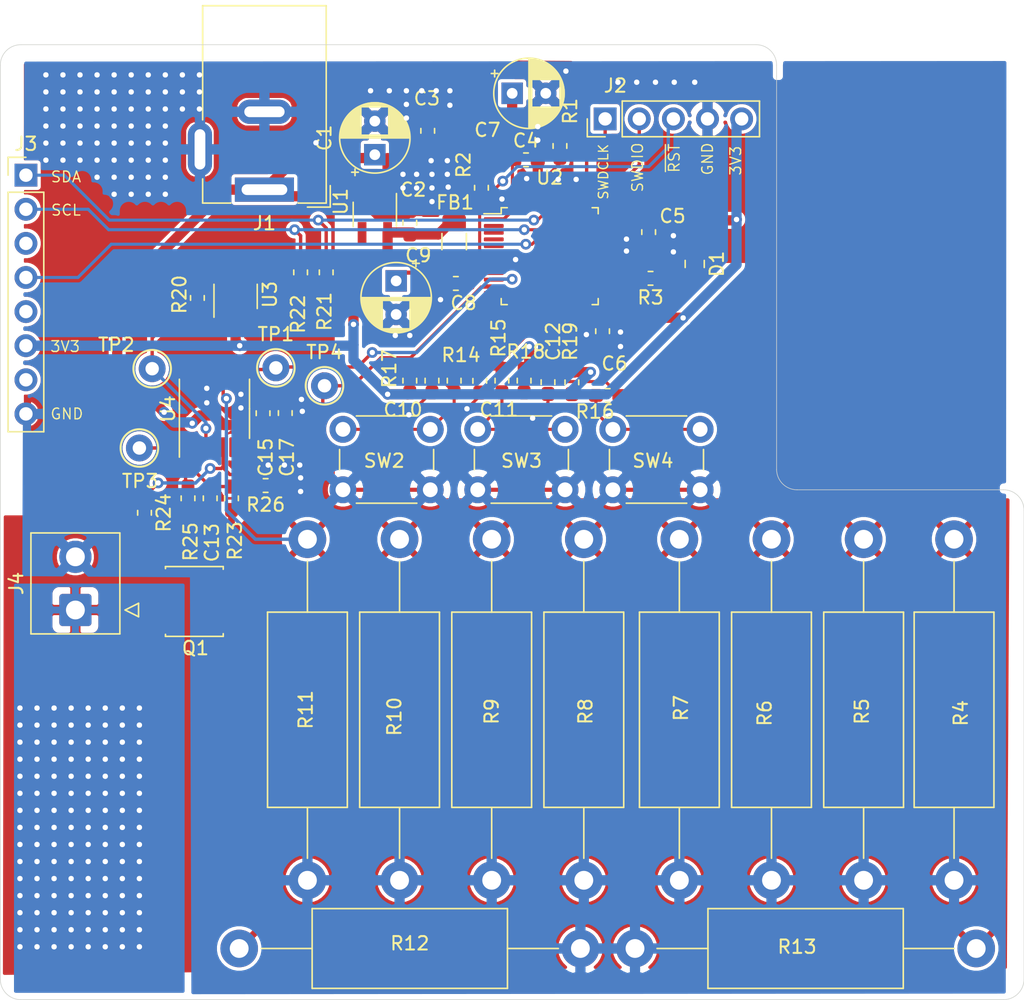
<source format=kicad_pcb>
(kicad_pcb (version 20171130) (host pcbnew "(5.1.6)-1")
  (layers (0 F.Cu signal) (31 B.Cu signal) (34 B.Paste user) (35 F.Paste user) (36 B.SilkS user) (37 F.SilkS user) (38 B.Mask user) (39 F.Mask user) (44 Edge.Cuts user))
  (net 0 "")
  (net 1 GND)
  (net 2 +12V)
  (net 3 +3V3)
  (net 4 /Buttons/BUTT_A)
  (net 5 /Buttons/BUTT_B)
  (net 6 /Buttons/BUTT_C)
  (net 7 "Net-(D1-Pad2)")
  (net 8 VDDA)
  (net 9 /MCU/~RST)
  (net 10 /MCU/SWDIO)
  (net 11 /MCU/SWDCLK)
  (net 12 /MCU/OLED_RST)
  (net 13 VCC)
  (net 14 "Net-(Q1-Pad4)")
  (net 15 "Net-(R1-Pad1)")
  (net 16 "Net-(R14-Pad2)")
  (net 17 "Net-(R15-Pad2)")
  (net 18 "Net-(R16-Pad2)")
  (net 19 /CurrentControl/Vmeas)
  (net 20 "Net-(R3-Pad2)")
  (net 21 /CurrentControl/SCL)
  (net 22 /CurrentControl/SDA)
  (net 23 "Net-(R20-Pad2)")
  (net 24 "Net-(C13-Pad2)")
  (net 25 "Net-(C13-Pad1)")
  (net 26 /CurrentControl/Vin_ADC)
  (net 27 /CurrentControl/Current_ADC)
  (net 28 "Net-(U4-Pad13)")
  (net 29 "Net-(R24-Pad1)")
  (module Resistor_SMD:R_0603_1608Metric_Pad1.05x0.95mm_HandSolder (layer F.Cu) (at 112.268 98.4885 90)
    (fp_text reference R23 (at -3.175 0.254 90) (layer F.SilkS))
    (fp_text value 1k)
    (pad 2 smd roundrect (at 0.875 0 90) (size 1.05 0.95) (layers F.Cu F.Paste F.Mask) (net 24 "Net-(C13-Pad2)"))
    (pad 1 smd roundrect (at -0.875 0 90) (size 1.05 0.95) (layers F.Cu F.Paste F.Mask) (net 19 /CurrentControl/Vmeas))
  )
  (module Package_SO:TSSOP-14_4.4x5mm_P0.65mm (layer F.Cu) (at 110.998 91.821 90)
    (fp_text reference U4 (at 0 -3.45 90) (layer F.SilkS))
    (fp_text value MCP6H04)
    (pad 14 smd roundrect (at 2.8625 -1.95 90) (size 1.475 0.4) (layers F.Cu F.Paste F.Mask) (net 28 "Net-(U4-Pad13)"))
    (pad 13 smd roundrect (at 2.8625 -1.3 90) (size 1.475 0.4) (layers F.Cu F.Paste F.Mask) (net 28 "Net-(U4-Pad13)"))
    (pad 12 smd roundrect (at 2.8625 -0.65 90) (size 1.475 0.4) (layers F.Cu F.Paste F.Mask) (net 1 GND))
    (pad 11 smd roundrect (at 2.8625 0 90) (size 1.475 0.4) (layers F.Cu F.Paste F.Mask) (net 1 GND))
    (pad 10 smd roundrect (at 2.8625 0.65 90) (size 1.475 0.4) (layers F.Cu F.Paste F.Mask) (net 19 /CurrentControl/Vmeas))
    (pad 9 smd roundrect (at 2.8625 1.3 90) (size 1.475 0.4) (layers F.Cu F.Paste F.Mask) (net 26 /CurrentControl/Vin_ADC))
    (pad 8 smd roundrect (at 2.8625 1.95 90) (size 1.475 0.4) (layers F.Cu F.Paste F.Mask) (net 26 /CurrentControl/Vin_ADC))
    (pad 7 smd roundrect (at -2.8625 1.95 90) (size 1.475 0.4) (layers F.Cu F.Paste F.Mask) (net 27 /CurrentControl/Current_ADC))
    (pad 6 smd roundrect (at -2.8625 1.3 90) (size 1.475 0.4) (layers F.Cu F.Paste F.Mask) (net 27 /CurrentControl/Current_ADC))
    (pad 5 smd roundrect (at -2.8625 0.65 90) (size 1.475 0.4) (layers F.Cu F.Paste F.Mask) (net 29 "Net-(R24-Pad1)"))
    (pad 4 smd roundrect (at -2.8625 0 90) (size 1.475 0.4) (layers F.Cu F.Paste F.Mask) (net 2 +12V))
    (pad 3 smd roundrect (at -2.8625 -0.65 90) (size 1.475 0.4) (layers F.Cu F.Paste F.Mask) (net 23 "Net-(R20-Pad2)"))
    (pad 2 smd roundrect (at -2.8625 -1.3 90) (size 1.475 0.4) (layers F.Cu F.Paste F.Mask) (net 24 "Net-(C13-Pad2)"))
    (pad 1 smd roundrect (at -2.8625 -1.95 90) (size 1.475 0.4) (layers F.Cu F.Paste F.Mask) (net 25 "Net-(C13-Pad1)"))
  )
  (module TestPoint:TestPoint_Keystone_5000-5004_Miniature (layer F.Cu) (at 115.57 88.773)
    (fp_text reference TP1 (at 0 -2.5) (layer F.SilkS))
    (fp_text value TestPoint_Alt)
    (pad 1 thru_hole circle (at 0 0) (size 2 2) (drill 1) (layers *.Cu *.Mask) (net 26 /CurrentControl/Vin_ADC))
  )
  (module Resistor_SMD:R_0603_1608Metric_Pad1.05x0.95mm_HandSolder (layer F.Cu) (at 114.808 97.536 180)
    (fp_text reference R26 (at 0 -1.43) (layer F.SilkS))
    (fp_text value 50k)
    (pad 2 smd roundrect (at 0.875 0 180) (size 1.05 0.95) (layers F.Cu F.Paste F.Mask) (net 29 "Net-(R24-Pad1)"))
    (pad 1 smd roundrect (at -0.875 0 180) (size 1.05 0.95) (layers F.Cu F.Paste F.Mask) (net 1 GND))
  )
  (module Resistor_SMD:R_0603_1608Metric_Pad1.05x0.95mm_HandSolder (layer F.Cu) (at 105.791 99.568 270)
    (fp_text reference R24 (at 0 -1.43 90) (layer F.SilkS))
    (fp_text value 5.6k)
    (pad 2 smd roundrect (at 0.875 0 270) (size 1.05 0.95) (layers F.Cu F.Paste F.Mask) (net 13 VCC))
    (pad 1 smd roundrect (at -0.875 0 270) (size 1.05 0.95) (layers F.Cu F.Paste F.Mask) (net 29 "Net-(R24-Pad1)"))
  )
  (module Capacitor_THT:CP_Radial_D5.0mm_P2.50mm (layer F.Cu) (at 124.5235 82.296 270)
    (fp_text reference C9 (at -1.905 -1.651 180) (layer F.SilkS))
    (fp_text value 1u)
    (pad 2 thru_hole circle (at 2.5 0 270) (size 1.6 1.6) (drill 0.8) (layers *.Cu *.Mask) (net 1 GND))
    (pad 1 thru_hole rect (at 0 0 270) (size 1.6 1.6) (drill 0.8) (layers *.Cu *.Mask) (net 8 VDDA))
  )
  (module TestPoint:TestPoint_Keystone_5000-5004_Miniature (layer F.Cu) (at 119.1895 90.1065)
    (fp_text reference TP4 (at 0 -2.5) (layer F.SilkS))
    (fp_text value TestPoint_Alt)
    (pad 1 thru_hole circle (at 0 0) (size 2 2) (drill 1) (layers *.Cu *.Mask) (net 27 /CurrentControl/Current_ADC))
  )
  (module Connector_TE-Connectivity:TE_826576-2_1x02_P3.96mm_Vertical (layer F.Cu) (at 100.6475 106.807 90)
    (fp_text reference J4 (at 1.98 -4.4 90) (layer F.SilkS))
    (fp_text value Screw_Terminal_01x02)
    (pad 1 thru_hole roundrect (at 0 0 90) (size 2.4 2.4) (drill 1.4) (layers *.Cu *.Mask) (roundrect_rratio 0.104167) (net 13 VCC))
    (pad 2 thru_hole circle (at 3.96 0 90) (size 2.4 2.4) (drill 1.4) (layers *.Cu *.Mask) (net 1 GND))
  )
  (module Package_QFP:LQFP-48_7x7mm_P0.5mm (layer F.Cu) (at 135.9535 80.4545)
    (fp_text reference U2 (at 0 -5.85) (layer F.SilkS))
    (fp_text value STM32F103C8Tx)
    (pad 48 smd roundrect (at -2.75 -4.1625) (size 0.3 1.475) (layers F.Cu F.Paste F.Mask) (net 3 +3V3))
    (pad 47 smd roundrect (at -2.25 -4.1625) (size 0.3 1.475) (layers F.Cu F.Paste F.Mask) (net 1 GND))
    (pad 46 smd roundrect (at -1.75 -4.1625) (size 0.3 1.475) (layers F.Cu F.Paste F.Mask))
    (pad 45 smd roundrect (at -1.25 -4.1625) (size 0.3 1.475) (layers F.Cu F.Paste F.Mask))
    (pad 44 smd roundrect (at -0.75 -4.1625) (size 0.3 1.475) (layers F.Cu F.Paste F.Mask) (net 15 "Net-(R1-Pad1)"))
    (pad 43 smd roundrect (at -0.25 -4.1625) (size 0.3 1.475) (layers F.Cu F.Paste F.Mask) (net 22 /CurrentControl/SDA))
    (pad 42 smd roundrect (at 0.25 -4.1625) (size 0.3 1.475) (layers F.Cu F.Paste F.Mask) (net 21 /CurrentControl/SCL))
    (pad 41 smd roundrect (at 0.75 -4.1625) (size 0.3 1.475) (layers F.Cu F.Paste F.Mask) (net 12 /MCU/OLED_RST))
    (pad 40 smd roundrect (at 1.25 -4.1625) (size 0.3 1.475) (layers F.Cu F.Paste F.Mask))
    (pad 39 smd roundrect (at 1.75 -4.1625) (size 0.3 1.475) (layers F.Cu F.Paste F.Mask))
    (pad 38 smd roundrect (at 2.25 -4.1625) (size 0.3 1.475) (layers F.Cu F.Paste F.Mask))
    (pad 37 smd roundrect (at 2.75 -4.1625) (size 0.3 1.475) (layers F.Cu F.Paste F.Mask) (net 11 /MCU/SWDCLK))
    (pad 36 smd roundrect (at 4.1625 -2.75) (size 1.475 0.3) (layers F.Cu F.Paste F.Mask) (net 3 +3V3))
    (pad 35 smd roundrect (at 4.1625 -2.25) (size 1.475 0.3) (layers F.Cu F.Paste F.Mask) (net 1 GND))
    (pad 34 smd roundrect (at 4.1625 -1.75) (size 1.475 0.3) (layers F.Cu F.Paste F.Mask) (net 10 /MCU/SWDIO))
    (pad 33 smd roundrect (at 4.1625 -1.25) (size 1.475 0.3) (layers F.Cu F.Paste F.Mask))
    (pad 32 smd roundrect (at 4.1625 -0.75) (size 1.475 0.3) (layers F.Cu F.Paste F.Mask))
    (pad 31 smd roundrect (at 4.1625 -0.25) (size 1.475 0.3) (layers F.Cu F.Paste F.Mask))
    (pad 30 smd roundrect (at 4.1625 0.25) (size 1.475 0.3) (layers F.Cu F.Paste F.Mask))
    (pad 29 smd roundrect (at 4.1625 0.75) (size 1.475 0.3) (layers F.Cu F.Paste F.Mask))
    (pad 28 smd roundrect (at 4.1625 1.25) (size 1.475 0.3) (layers F.Cu F.Paste F.Mask) (net 20 "Net-(R3-Pad2)"))
    (pad 27 smd roundrect (at 4.1625 1.75) (size 1.475 0.3) (layers F.Cu F.Paste F.Mask))
    (pad 26 smd roundrect (at 4.1625 2.25) (size 1.475 0.3) (layers F.Cu F.Paste F.Mask))
    (pad 25 smd roundrect (at 4.1625 2.75) (size 1.475 0.3) (layers F.Cu F.Paste F.Mask))
    (pad 24 smd roundrect (at 2.75 4.1625) (size 0.3 1.475) (layers F.Cu F.Paste F.Mask) (net 3 +3V3))
    (pad 23 smd roundrect (at 2.25 4.1625) (size 0.3 1.475) (layers F.Cu F.Paste F.Mask) (net 1 GND))
    (pad 22 smd roundrect (at 1.75 4.1625) (size 0.3 1.475) (layers F.Cu F.Paste F.Mask))
    (pad 21 smd roundrect (at 1.25 4.1625) (size 0.3 1.475) (layers F.Cu F.Paste F.Mask))
    (pad 20 smd roundrect (at 0.75 4.1625) (size 0.3 1.475) (layers F.Cu F.Paste F.Mask))
    (pad 19 smd roundrect (at 0.25 4.1625) (size 0.3 1.475) (layers F.Cu F.Paste F.Mask))
    (pad 18 smd roundrect (at -0.25 4.1625) (size 0.3 1.475) (layers F.Cu F.Paste F.Mask))
    (pad 17 smd roundrect (at -0.75 4.1625) (size 0.3 1.475) (layers F.Cu F.Paste F.Mask) (net 6 /Buttons/BUTT_C))
    (pad 16 smd roundrect (at -1.25 4.1625) (size 0.3 1.475) (layers F.Cu F.Paste F.Mask) (net 5 /Buttons/BUTT_B))
    (pad 15 smd roundrect (at -1.75 4.1625) (size 0.3 1.475) (layers F.Cu F.Paste F.Mask) (net 4 /Buttons/BUTT_A))
    (pad 14 smd roundrect (at -2.25 4.1625) (size 0.3 1.475) (layers F.Cu F.Paste F.Mask))
    (pad 13 smd roundrect (at -2.75 4.1625) (size 0.3 1.475) (layers F.Cu F.Paste F.Mask))
    (pad 12 smd roundrect (at -4.1625 2.75) (size 1.475 0.3) (layers F.Cu F.Paste F.Mask))
    (pad 11 smd roundrect (at -4.1625 2.25) (size 1.475 0.3) (layers F.Cu F.Paste F.Mask) (net 27 /CurrentControl/Current_ADC))
    (pad 10 smd roundrect (at -4.1625 1.75) (size 1.475 0.3) (layers F.Cu F.Paste F.Mask) (net 26 /CurrentControl/Vin_ADC))
    (pad 9 smd roundrect (at -4.1625 1.25) (size 1.475 0.3) (layers F.Cu F.Paste F.Mask) (net 8 VDDA))
    (pad 8 smd roundrect (at -4.1625 0.75) (size 1.475 0.3) (layers F.Cu F.Paste F.Mask) (net 1 GND))
    (pad 7 smd roundrect (at -4.1625 0.25) (size 1.475 0.3) (layers F.Cu F.Paste F.Mask) (net 9 /MCU/~RST))
    (pad 6 smd roundrect (at -4.1625 -0.25) (size 1.475 0.3) (layers F.Cu F.Paste F.Mask))
    (pad 5 smd roundrect (at -4.1625 -0.75) (size 1.475 0.3) (layers F.Cu F.Paste F.Mask))
    (pad 4 smd roundrect (at -4.1625 -1.25) (size 1.475 0.3) (layers F.Cu F.Paste F.Mask))
    (pad 3 smd roundrect (at -4.1625 -1.75) (size 1.475 0.3) (layers F.Cu F.Paste F.Mask))
    (pad 2 smd roundrect (at -4.1625 -2.25) (size 1.475 0.3) (layers F.Cu F.Paste F.Mask))
    (pad 1 smd roundrect (at -4.1625 -2.75) (size 1.475 0.3) (layers F.Cu F.Paste F.Mask) (net 3 +3V3))
  )
  (module Resistor_THT:R_Axial_DIN0614_L14.3mm_D5.7mm_P25.40mm_Horizontal (layer F.Cu) (at 152.4635 101.5365 270)
    (fp_text reference R6 (at 12.954 0.508 90) (layer F.SilkS))
    (fp_text value 3)
    (pad 2 thru_hole oval (at 25.4 0 270) (size 2.8 2.8) (drill 1.4) (layers *.Cu *.Mask) (net 1 GND))
    (pad 1 thru_hole circle (at 0 0 270) (size 2.8 2.8) (drill 1.4) (layers *.Cu *.Mask) (net 19 /CurrentControl/Vmeas))
  )
  (module Resistor_THT:R_Axial_DIN0614_L14.3mm_D5.7mm_P25.40mm_Horizontal (layer F.Cu) (at 167.7035 132.0165 180)
    (fp_text reference R13 (at 13.335 0.127) (layer F.SilkS))
    (fp_text value 3)
    (pad 2 thru_hole oval (at 25.4 0 180) (size 2.8 2.8) (drill 1.4) (layers *.Cu *.Mask) (net 1 GND))
    (pad 1 thru_hole circle (at 0 0 180) (size 2.8 2.8) (drill 1.4) (layers *.Cu *.Mask) (net 19 /CurrentControl/Vmeas))
  )
  (module Resistor_THT:R_Axial_DIN0614_L14.3mm_D5.7mm_P25.40mm_Horizontal (layer F.Cu) (at 117.9195 101.5365 270)
    (fp_text reference R11 (at 12.7 0.127 90) (layer F.SilkS))
    (fp_text value 3)
    (pad 2 thru_hole oval (at 25.4 0 270) (size 2.8 2.8) (drill 1.4) (layers *.Cu *.Mask) (net 1 GND))
    (pad 1 thru_hole circle (at 0 0 270) (size 2.8 2.8) (drill 1.4) (layers *.Cu *.Mask) (net 19 /CurrentControl/Vmeas))
  )
  (module Resistor_THT:R_Axial_DIN0614_L14.3mm_D5.7mm_P25.40mm_Horizontal (layer F.Cu) (at 124.7775 101.5365 270)
    (fp_text reference R10 (at 13.208 0.381 90) (layer F.SilkS))
    (fp_text value 3)
    (pad 2 thru_hole oval (at 25.4 0 270) (size 2.8 2.8) (drill 1.4) (layers *.Cu *.Mask) (net 1 GND))
    (pad 1 thru_hole circle (at 0 0 270) (size 2.8 2.8) (drill 1.4) (layers *.Cu *.Mask) (net 19 /CurrentControl/Vmeas))
  )
  (module Resistor_THT:R_Axial_DIN0614_L14.3mm_D5.7mm_P25.40mm_Horizontal (layer F.Cu) (at 145.6055 101.5365 270)
    (fp_text reference R7 (at 12.573 -0.127 90) (layer F.SilkS))
    (fp_text value 3)
    (pad 2 thru_hole oval (at 25.4 0 270) (size 2.8 2.8) (drill 1.4) (layers *.Cu *.Mask) (net 1 GND))
    (pad 1 thru_hole circle (at 0 0 270) (size 2.8 2.8) (drill 1.4) (layers *.Cu *.Mask) (net 19 /CurrentControl/Vmeas))
  )
  (module Resistor_THT:R_Axial_DIN0614_L14.3mm_D5.7mm_P25.40mm_Horizontal (layer F.Cu) (at 138.4935 101.5365 270)
    (fp_text reference R8 (at 12.827 -0.127 90) (layer F.SilkS))
    (fp_text value 3)
    (pad 2 thru_hole oval (at 25.4 0 270) (size 2.8 2.8) (drill 1.4) (layers *.Cu *.Mask) (net 1 GND))
    (pad 1 thru_hole circle (at 0 0 270) (size 2.8 2.8) (drill 1.4) (layers *.Cu *.Mask) (net 19 /CurrentControl/Vmeas))
  )
  (module Resistor_THT:R_Axial_DIN0614_L14.3mm_D5.7mm_P25.40mm_Horizontal (layer F.Cu) (at 159.3215 101.5365 270)
    (fp_text reference R5 (at 12.827 0.127 90) (layer F.SilkS))
    (fp_text value 3)
    (pad 2 thru_hole oval (at 25.4 0 270) (size 2.8 2.8) (drill 1.4) (layers *.Cu *.Mask) (net 1 GND))
    (pad 1 thru_hole circle (at 0 0 270) (size 2.8 2.8) (drill 1.4) (layers *.Cu *.Mask) (net 19 /CurrentControl/Vmeas))
  )
  (module Resistor_THT:R_Axial_DIN0614_L14.3mm_D5.7mm_P25.40mm_Horizontal (layer F.Cu) (at 131.6355 101.5365 270)
    (fp_text reference R9 (at 12.827 0 90) (layer F.SilkS))
    (fp_text value 3)
    (pad 2 thru_hole oval (at 25.4 0 270) (size 2.8 2.8) (drill 1.4) (layers *.Cu *.Mask) (net 1 GND))
    (pad 1 thru_hole circle (at 0 0 270) (size 2.8 2.8) (drill 1.4) (layers *.Cu *.Mask) (net 19 /CurrentControl/Vmeas))
  )
  (module Resistor_THT:R_Axial_DIN0614_L14.3mm_D5.7mm_P25.40mm_Horizontal (layer F.Cu) (at 166.0525 101.5365 270)
    (fp_text reference R4 (at 12.954 -0.508 90) (layer F.SilkS))
    (fp_text value 3)
    (pad 2 thru_hole oval (at 25.4 0 270) (size 2.8 2.8) (drill 1.4) (layers *.Cu *.Mask) (net 1 GND))
    (pad 1 thru_hole circle (at 0 0 270) (size 2.8 2.8) (drill 1.4) (layers *.Cu *.Mask) (net 19 /CurrentControl/Vmeas))
  )
  (module Resistor_THT:R_Axial_DIN0614_L14.3mm_D5.7mm_P25.40mm_Horizontal (layer F.Cu) (at 112.8395 132.0165)
    (fp_text reference R12 (at 12.7 -0.381) (layer F.SilkS))
    (fp_text value 3)
    (pad 2 thru_hole oval (at 25.4 0) (size 2.8 2.8) (drill 1.4) (layers *.Cu *.Mask) (net 1 GND))
    (pad 1 thru_hole circle (at 0 0) (size 2.8 2.8) (drill 1.4) (layers *.Cu *.Mask) (net 19 /CurrentControl/Vmeas))
  )
  (module Package_TO_SOT_SMD:LFPAK56 (layer F.Cu) (at 109.3375 106.172 180)
    (fp_text reference Q1 (at -0.245 -3.48) (layer F.SilkS))
    (fp_text value PSMN5R2-60YL)
    (pad 5 smd custom (at 0.435 0 180) (size 3.3 4.2) (layers F.Cu F.Mask) (net 13 VCC) (options (clearance outline) (anchor rect)) (primitives (gr_poly (pts (xy 1.425 -2.35) (xy 2.975 -2.35) (xy 2.975 2.35) (xy 1.425 2.35)) (width 0))))
    (pad 4 smd rect (at -2.835 1.91 90) (size 0.7 1.15) (layers F.Cu F.Paste F.Mask) (net 14 "Net-(Q1-Pad4)"))
    (pad 3 smd rect (at -2.835 0.64 90) (size 0.7 1.15) (layers F.Cu F.Paste F.Mask) (net 19 /CurrentControl/Vmeas))
    (pad 1 smd rect (at -2.835 -1.91 90) (size 0.7 1.15) (layers F.Cu F.Paste F.Mask) (net 19 /CurrentControl/Vmeas))
    (pad 2 smd rect (at -2.835 -0.64 90) (size 0.7 1.15) (layers F.Cu F.Paste F.Mask) (net 19 /CurrentControl/Vmeas))
  )
  (module Capacitor_SMD:C_0603_1608Metric_Pad1.05x0.95mm_HandSolder (layer F.Cu) (at 110.6805 98.4885 90)
    (fp_text reference C13 (at -3.302 0.127 90) (layer F.SilkS))
    (fp_text value 470p)
    (pad 2 smd roundrect (at 0.875 0 90) (size 1.05 0.95) (layers F.Cu F.Paste F.Mask) (net 24 "Net-(C13-Pad2)"))
    (pad 1 smd roundrect (at -0.875 0 90) (size 1.05 0.95) (layers F.Cu F.Paste F.Mask) (net 25 "Net-(C13-Pad1)"))
  )
  (module Capacitor_THT:CP_Radial_D5.0mm_P2.50mm (layer F.Cu) (at 122.936 72.898 90)
    (fp_text reference C1 (at 1.25 -3.75 90) (layer F.SilkS))
    (fp_text value 10u)
    (pad 2 thru_hole circle (at 2.5 0 90) (size 1.6 1.6) (drill 0.8) (layers *.Cu *.Mask) (net 1 GND))
    (pad 1 thru_hole rect (at 0 0 90) (size 1.6 1.6) (drill 0.8) (layers *.Cu *.Mask) (net 2 +12V))
  )
  (module Resistor_SMD:R_0603_1608Metric_Pad1.05x0.95mm_HandSolder (layer F.Cu) (at 119.3165 81.661 90)
    (fp_text reference R21 (at -2.921 -0.127 90) (layer F.SilkS))
    (fp_text value 1k)
    (pad 2 smd roundrect (at 0.875 0 90) (size 1.05 0.95) (layers F.Cu F.Paste F.Mask) (net 22 /CurrentControl/SDA))
    (pad 1 smd roundrect (at -0.875 0 90) (size 1.05 0.95) (layers F.Cu F.Paste F.Mask) (net 3 +3V3))
  )
  (module Resistor_SMD:R_0603_1608Metric_Pad1.05x0.95mm_HandSolder (layer F.Cu) (at 117.4115 81.661 90)
    (fp_text reference R22 (at -3.1115 -0.1905 90) (layer F.SilkS))
    (fp_text value 1k)
    (pad 2 smd roundrect (at 0.875 0 90) (size 1.05 0.95) (layers F.Cu F.Paste F.Mask) (net 21 /CurrentControl/SCL))
    (pad 1 smd roundrect (at -0.875 0 90) (size 1.05 0.95) (layers F.Cu F.Paste F.Mask) (net 3 +3V3))
  )
  (module Resistor_SMD:R_0603_1608Metric_Pad1.05x0.95mm_HandSolder (layer F.Cu) (at 109.728 83.566 270)
    (fp_text reference R20 (at -0.254 1.3335 90) (layer F.SilkS))
    (fp_text value 1k)
    (pad 2 smd roundrect (at 0.875 0 270) (size 1.05 0.95) (layers F.Cu F.Paste F.Mask) (net 23 "Net-(R20-Pad2)"))
    (pad 1 smd roundrect (at -0.875 0 270) (size 1.05 0.95) (layers F.Cu F.Paste F.Mask) (net 1 GND))
  )
  (module Connector_BarrelJack:BarrelJack_Wuerth_6941xx301002 (layer F.Cu) (at 114.7191 75.5015 180)
    (fp_text reference J1 (at 0 -2.5) (layer F.SilkS))
    (fp_text value PJ-002A)
    (pad 1 thru_hole rect (at 0 0 180) (size 4.4 1.8) (drill oval 3.4 0.8) (layers *.Cu *.Mask) (net 2 +12V))
    (pad 2 thru_hole oval (at 0 5.8 180) (size 4 1.8) (drill oval 3 0.8) (layers *.Cu *.Mask) (net 1 GND))
    (pad 3 thru_hole oval (at 4.8 3 270) (size 4 1.8) (drill oval 3 0.8) (layers *.Cu *.Mask) (net 1 GND))
  )
  (module TestPoint:TestPoint_Keystone_5000-5004_Miniature (layer F.Cu) (at 105.41 94.742)
    (fp_text reference TP3 (at 0.0635 2.4638) (layer F.SilkS))
    (fp_text value TestPoint_Alt)
    (pad 1 thru_hole circle (at 0 0) (size 2 2) (drill 1) (layers *.Cu *.Mask) (net 25 "Net-(C13-Pad1)"))
  )
  (module Package_TO_SOT_SMD:SOT-23-6 (layer F.Cu) (at 112.5728 83.4517 90)
    (fp_text reference U3 (at 0.1397 2.5527 90) (layer F.SilkS))
    (fp_text value DAC121C081CIMK)
    (pad 5 smd rect (at 1.1 0 90) (size 1.06 0.65) (layers F.Cu F.Paste F.Mask) (net 21 /CurrentControl/SCL))
    (pad 6 smd rect (at 1.1 -0.95 90) (size 1.06 0.65) (layers F.Cu F.Paste F.Mask))
    (pad 4 smd rect (at 1.1 0.95 90) (size 1.06 0.65) (layers F.Cu F.Paste F.Mask) (net 22 /CurrentControl/SDA))
    (pad 3 smd rect (at -1.1 0.95 90) (size 1.06 0.65) (layers F.Cu F.Paste F.Mask) (net 1 GND))
    (pad 2 smd rect (at -1.1 0 90) (size 1.06 0.65) (layers F.Cu F.Paste F.Mask) (net 3 +3V3))
    (pad 1 smd rect (at -1.1 -0.95 90) (size 1.06 0.65) (layers F.Cu F.Paste F.Mask) (net 23 "Net-(R20-Pad2)"))
  )
  (module TestPoint:TestPoint_Keystone_5000-5004_Miniature (layer F.Cu) (at 106.3625 88.8365)
    (fp_text reference TP2 (at -2.667 -1.778) (layer F.SilkS))
    (fp_text value TestPoint_Alt)
    (pad 1 thru_hole circle (at 0 0) (size 2 2) (drill 1) (layers *.Cu *.Mask) (net 23 "Net-(R20-Pad2)"))
  )
  (module Resistor_SMD:R_0603_1608Metric_Pad1.05x0.95mm_HandSolder (layer F.Cu) (at 109.0295 98.4885 90)
    (fp_text reference R25 (at -3.2385 0.1905 90) (layer F.SilkS))
    (fp_text value 50)
    (pad 2 smd roundrect (at 0.875 0 90) (size 1.05 0.95) (layers F.Cu F.Paste F.Mask) (net 25 "Net-(C13-Pad1)"))
    (pad 1 smd roundrect (at -0.875 0 90) (size 1.05 0.95) (layers F.Cu F.Paste F.Mask) (net 14 "Net-(Q1-Pad4)"))
  )
  (module Capacitor_SMD:C_0603_1608Metric_Pad1.05x0.95mm_HandSolder (layer F.Cu) (at 116.2685 92.1385 90)
    (fp_text reference C17 (at -3.302 0.127 90) (layer F.SilkS))
    (fp_text value 1n)
    (pad 2 smd roundrect (at 0.875 0 90) (size 1.05 0.95) (layers F.Cu F.Paste F.Mask) (net 1 GND))
    (pad 1 smd roundrect (at -0.875 0 90) (size 1.05 0.95) (layers F.Cu F.Paste F.Mask) (net 2 +12V))
  )
  (module Capacitor_SMD:C_0603_1608Metric_Pad1.05x0.95mm_HandSolder (layer F.Cu) (at 114.6175 92.1525 90)
    (fp_text reference C15 (at -3.288 0.1905 90) (layer F.SilkS))
    (fp_text value 1n)
    (pad 2 smd roundrect (at 0.875 0 90) (size 1.05 0.95) (layers F.Cu F.Paste F.Mask) (net 1 GND))
    (pad 1 smd roundrect (at -0.875 0 90) (size 1.05 0.95) (layers F.Cu F.Paste F.Mask) (net 2 +12V))
  )
  (module Resistor_SMD:R_0603_1608Metric_Pad1.05x0.95mm_HandSolder (layer F.Cu) (at 143.4605 82.1055 180)
    (fp_text reference R3 (at 0 -1.43) (layer F.SilkS))
    (fp_text value 1k)
    (pad 2 smd roundrect (at 0.875 0 180) (size 1.05 0.95) (layers F.Cu F.Paste F.Mask) (net 20 "Net-(R3-Pad2)"))
    (pad 1 smd roundrect (at -0.875 0 180) (size 1.05 0.95) (layers F.Cu F.Paste F.Mask) (net 7 "Net-(D1-Pad2)"))
  )
  (module Capacitor_SMD:C_0805_2012Metric_Pad1.15x1.40mm_HandSolder (layer F.Cu) (at 146.7485 81.035 270)
    (fp_text reference D1 (at 0 -1.65 90) (layer F.SilkS))
    (fp_text value LED_Small_ALT)
    (pad 2 smd roundrect (at 1.025 0 270) (size 1.15 1.4) (layers F.Cu F.Paste F.Mask) (roundrect_rratio 0.217391) (net 7 "Net-(D1-Pad2)"))
    (pad 1 smd roundrect (at -1.025 0 270) (size 1.15 1.4) (layers F.Cu F.Paste F.Mask) (roundrect_rratio 0.217391) (net 1 GND))
  )
  (module Capacitor_SMD:C_0603_1608Metric_Pad1.05x0.95mm_HandSolder (layer F.Cu) (at 139.8905 86.0425 270)
    (fp_text reference C6 (at 2.413 -0.889 180) (layer F.SilkS))
    (fp_text value 100nF)
    (pad 2 smd roundrect (at 0.875 0 270) (size 1.05 0.95) (layers F.Cu F.Paste F.Mask) (net 1 GND))
    (pad 1 smd roundrect (at -0.875 0 270) (size 1.05 0.95) (layers F.Cu F.Paste F.Mask) (net 3 +3V3))
  )
  (module Package_TO_SOT_SMD:SOT-23-5_HandSoldering (layer F.Cu) (at 122.936 77.343 270)
    (fp_text reference U1 (at -0.9525 2.54 90) (layer F.SilkS))
    (fp_text value AP2210K-3.3)
    (pad 5 smd rect (at 1.35 -0.95 270) (size 1.56 0.65) (layers F.Cu F.Paste F.Mask) (net 3 +3V3))
    (pad 4 smd rect (at 1.35 0.95 270) (size 1.56 0.65) (layers F.Cu F.Paste F.Mask))
    (pad 3 smd rect (at -1.35 0.95 270) (size 1.56 0.65) (layers F.Cu F.Paste F.Mask) (net 2 +12V))
    (pad 2 smd rect (at -1.35 0 270) (size 1.56 0.65) (layers F.Cu F.Paste F.Mask) (net 1 GND))
    (pad 1 smd rect (at -1.35 -0.95 270) (size 1.56 0.65) (layers F.Cu F.Paste F.Mask) (net 2 +12V))
  )
  (module Button_Switch_THT:SW_PUSH_6mm_H4.3mm (layer F.Cu) (at 147.1525 97.8535 180)
    (fp_text reference SW4 (at 3.5155 2.159) (layer F.SilkS))
    (fp_text value SW_Push)
    (pad 1 thru_hole circle (at 6.5 0 270) (size 2 2) (drill 1.1) (layers *.Cu *.Mask) (net 1 GND))
    (pad 2 thru_hole circle (at 6.5 4.5 270) (size 2 2) (drill 1.1) (layers *.Cu *.Mask) (net 18 "Net-(R16-Pad2)"))
    (pad 1 thru_hole circle (at 0 0 270) (size 2 2) (drill 1.1) (layers *.Cu *.Mask) (net 1 GND))
    (pad 2 thru_hole circle (at 0 4.5 270) (size 2 2) (drill 1.1) (layers *.Cu *.Mask) (net 18 "Net-(R16-Pad2)"))
  )
  (module Button_Switch_THT:SW_PUSH_6mm_H4.3mm (layer F.Cu) (at 137.0965 97.8535 180)
    (fp_text reference SW3 (at 3.2385 2.159) (layer F.SilkS))
    (fp_text value SW_Push)
    (pad 1 thru_hole circle (at 6.5 0 270) (size 2 2) (drill 1.1) (layers *.Cu *.Mask) (net 1 GND))
    (pad 2 thru_hole circle (at 6.5 4.5 270) (size 2 2) (drill 1.1) (layers *.Cu *.Mask) (net 17 "Net-(R15-Pad2)"))
    (pad 1 thru_hole circle (at 0 0 270) (size 2 2) (drill 1.1) (layers *.Cu *.Mask) (net 1 GND))
    (pad 2 thru_hole circle (at 0 4.5 270) (size 2 2) (drill 1.1) (layers *.Cu *.Mask) (net 17 "Net-(R15-Pad2)"))
  )
  (module Button_Switch_THT:SW_PUSH_6mm_H4.3mm (layer F.Cu) (at 127.0635 97.8535 180)
    (fp_text reference SW2 (at 3.429 2.159) (layer F.SilkS))
    (fp_text value SW_Push)
    (pad 1 thru_hole circle (at 6.5 0 270) (size 2 2) (drill 1.1) (layers *.Cu *.Mask) (net 1 GND))
    (pad 2 thru_hole circle (at 6.5 4.5 270) (size 2 2) (drill 1.1) (layers *.Cu *.Mask) (net 16 "Net-(R14-Pad2)"))
    (pad 1 thru_hole circle (at 0 0 270) (size 2 2) (drill 1.1) (layers *.Cu *.Mask) (net 1 GND))
    (pad 2 thru_hole circle (at 0 4.5 270) (size 2 2) (drill 1.1) (layers *.Cu *.Mask) (net 16 "Net-(R14-Pad2)"))
  )
  (module Resistor_SMD:R_0603_1608Metric_Pad1.05x0.95mm_HandSolder (layer F.Cu) (at 137.6045 89.8525 90)
    (fp_text reference R19 (at 3.048 -0.127 90) (layer F.SilkS))
    (fp_text value 1K)
    (pad 2 smd roundrect (at 0.875 0 90) (size 1.05 0.95) (layers F.Cu F.Paste F.Mask) (net 3 +3V3))
    (pad 1 smd roundrect (at -0.875 0 90) (size 1.05 0.95) (layers F.Cu F.Paste F.Mask) (net 18 "Net-(R16-Pad2)"))
  )
  (module Resistor_SMD:R_0603_1608Metric_Pad1.05x0.95mm_HandSolder (layer F.Cu) (at 134.0485 89.7255 90)
    (fp_text reference R18 (at 2.159 0.127 180) (layer F.SilkS))
    (fp_text value 1K)
    (pad 2 smd roundrect (at 0.875 0 90) (size 1.05 0.95) (layers F.Cu F.Paste F.Mask) (net 3 +3V3))
    (pad 1 smd roundrect (at -0.875 0 90) (size 1.05 0.95) (layers F.Cu F.Paste F.Mask) (net 17 "Net-(R15-Pad2)"))
  )
  (module Resistor_SMD:R_0603_1608Metric_Pad1.05x0.95mm_HandSolder (layer F.Cu) (at 125.5395 89.7255 270)
    (fp_text reference R17 (at -0.889 1.524 90) (layer F.SilkS))
    (fp_text value 1K)
    (pad 2 smd roundrect (at 0.875 0 270) (size 1.05 0.95) (layers F.Cu F.Paste F.Mask) (net 3 +3V3))
    (pad 1 smd roundrect (at -0.875 0 270) (size 1.05 0.95) (layers F.Cu F.Paste F.Mask) (net 16 "Net-(R14-Pad2)"))
  )
  (module Resistor_SMD:R_0603_1608Metric_Pad1.05x0.95mm_HandSolder (layer F.Cu) (at 140.2702 90.8304 180)
    (fp_text reference R16 (at 0.9385 -1.2065 180) (layer F.SilkS))
    (fp_text value 1K)
    (pad 2 smd roundrect (at 0.875 0 180) (size 1.05 0.95) (layers F.Cu F.Paste F.Mask) (net 18 "Net-(R16-Pad2)"))
    (pad 1 smd roundrect (at -0.875 0 180) (size 1.05 0.95) (layers F.Cu F.Paste F.Mask) (net 6 /Buttons/BUTT_C))
  )
  (module Resistor_SMD:R_0603_1608Metric_Pad1.05x0.95mm_HandSolder (layer F.Cu) (at 132.3975 89.7255 270)
    (fp_text reference R15 (at -3.175 0.254 90) (layer F.SilkS))
    (fp_text value 1K)
    (pad 2 smd roundrect (at 0.875 0 270) (size 1.05 0.95) (layers F.Cu F.Paste F.Mask) (net 17 "Net-(R15-Pad2)"))
    (pad 1 smd roundrect (at -0.875 0 270) (size 1.05 0.95) (layers F.Cu F.Paste F.Mask) (net 5 /Buttons/BUTT_B))
  )
  (module Resistor_SMD:R_0603_1608Metric_Pad1.05x0.95mm_HandSolder (layer F.Cu) (at 128.8415 89.7255 270)
    (fp_text reference R14 (at -1.905 -0.508 180) (layer F.SilkS))
    (fp_text value 1K)
    (pad 2 smd roundrect (at 0.875 0 270) (size 1.05 0.95) (layers F.Cu F.Paste F.Mask) (net 16 "Net-(R14-Pad2)"))
    (pad 1 smd roundrect (at -0.875 0 270) (size 1.05 0.95) (layers F.Cu F.Paste F.Mask) (net 4 /Buttons/BUTT_A))
  )
  (module Resistor_SMD:R_0603_1608Metric_Pad1.05x0.95mm_HandSolder (layer F.Cu) (at 130.8735 75.3605 270)
    (fp_text reference R2 (at -1.7005 1.3335 90) (layer F.SilkS))
    (fp_text value 1k)
    (pad 2 smd roundrect (at 0.875 0 270) (size 1.05 0.95) (layers F.Cu F.Paste F.Mask) (net 9 /MCU/~RST))
    (pad 1 smd roundrect (at -0.875 0 270) (size 1.05 0.95) (layers F.Cu F.Paste F.Mask) (net 3 +3V3))
  )
  (module Resistor_SMD:R_0603_1608Metric_Pad1.05x0.95mm_HandSolder (layer F.Cu) (at 136.7155 72.249 90)
    (fp_text reference R1 (at 2.5895 0.762 90) (layer F.SilkS))
    (fp_text value 1k)
    (pad 2 smd roundrect (at 0.875 0 90) (size 1.05 0.95) (layers F.Cu F.Paste F.Mask) (net 1 GND))
    (pad 1 smd roundrect (at -0.875 0 90) (size 1.05 0.95) (layers F.Cu F.Paste F.Mask) (net 15 "Net-(R1-Pad1)"))
  )
  (module Connector_PinHeader_2.54mm:PinHeader_1x08_P2.54mm_Vertical (layer F.Cu) (at 96.9645 74.422)
    (fp_text reference J3 (at 0 -2.33) (layer F.SilkS))
    (fp_text value Conn_01x08_Male)
    (pad 8 thru_hole oval (at 0 17.78) (size 1.7 1.7) (drill 1) (layers *.Cu *.Mask) (net 1 GND))
    (pad 7 thru_hole oval (at 0 15.24) (size 1.7 1.7) (drill 1) (layers *.Cu *.Mask))
    (pad 6 thru_hole oval (at 0 12.7) (size 1.7 1.7) (drill 1) (layers *.Cu *.Mask) (net 3 +3V3))
    (pad 5 thru_hole oval (at 0 10.16) (size 1.7 1.7) (drill 1) (layers *.Cu *.Mask))
    (pad 4 thru_hole oval (at 0 7.62) (size 1.7 1.7) (drill 1) (layers *.Cu *.Mask) (net 12 /MCU/OLED_RST))
    (pad 3 thru_hole oval (at 0 5.08) (size 1.7 1.7) (drill 1) (layers *.Cu *.Mask))
    (pad 2 thru_hole oval (at 0 2.54) (size 1.7 1.7) (drill 1) (layers *.Cu *.Mask) (net 21 /CurrentControl/SCL))
    (pad 1 thru_hole rect (at 0 0) (size 1.7 1.7) (drill 1) (layers *.Cu *.Mask) (net 22 /CurrentControl/SDA))
  )
  (module Connector_PinHeader_2.54mm:PinHeader_1x05_P2.54mm_Vertical (layer F.Cu) (at 140.081 70.231 90)
    (fp_text reference J2 (at 2.4765 0.762 180) (layer F.SilkS))
    (fp_text value Conn_01x05_Male)
    (pad 5 thru_hole oval (at 0 10.16 90) (size 1.7 1.7) (drill 1) (layers *.Cu *.Mask) (net 3 +3V3))
    (pad 4 thru_hole oval (at 0 7.62 90) (size 1.7 1.7) (drill 1) (layers *.Cu *.Mask) (net 1 GND))
    (pad 3 thru_hole oval (at 0 5.08 90) (size 1.7 1.7) (drill 1) (layers *.Cu *.Mask) (net 9 /MCU/~RST))
    (pad 2 thru_hole oval (at 0 2.54 90) (size 1.7 1.7) (drill 1) (layers *.Cu *.Mask) (net 10 /MCU/SWDIO))
    (pad 1 thru_hole rect (at 0 0 90) (size 1.7 1.7) (drill 1) (layers *.Cu *.Mask) (net 11 /MCU/SWDCLK))
  )
  (module Capacitor_SMD:C_1206_3216Metric (layer F.Cu) (at 128.8415 79.372 270)
    (fp_text reference FB1 (at -2.918 -0.0635 180) (layer F.SilkS))
    (fp_text value Ferrite_Bead)
    (pad 2 smd roundrect (at 1.4 0 270) (size 1.25 1.75) (layers F.Cu F.Paste F.Mask) (roundrect_rratio 0.2) (net 8 VDDA))
    (pad 1 smd roundrect (at -1.4 0 270) (size 1.25 1.75) (layers F.Cu F.Paste F.Mask) (roundrect_rratio 0.2) (net 3 +3V3))
  )
  (module Capacitor_SMD:C_0603_1608Metric_Pad1.05x0.95mm_HandSolder (layer F.Cu) (at 135.8265 89.8385 270)
    (fp_text reference C12 (at -3.034 -0.381 90) (layer F.SilkS))
    (fp_text value 1uF)
    (pad 2 smd roundrect (at 0.875 0 270) (size 1.05 0.95) (layers F.Cu F.Paste F.Mask) (net 1 GND))
    (pad 1 smd roundrect (at -0.875 0 270) (size 1.05 0.95) (layers F.Cu F.Paste F.Mask) (net 6 /Buttons/BUTT_C))
  )
  (module Capacitor_SMD:C_0603_1608Metric_Pad1.05x0.95mm_HandSolder (layer F.Cu) (at 130.7465 89.7395 270)
    (fp_text reference C11 (at 2.145 -1.43 180) (layer F.SilkS))
    (fp_text value 1uF)
    (pad 2 smd roundrect (at 0.875 0 270) (size 1.05 0.95) (layers F.Cu F.Paste F.Mask) (net 1 GND))
    (pad 1 smd roundrect (at -0.875 0 270) (size 1.05 0.95) (layers F.Cu F.Paste F.Mask) (net 5 /Buttons/BUTT_B))
  )
  (module Capacitor_SMD:C_0603_1608Metric_Pad1.05x0.95mm_HandSolder (layer F.Cu) (at 127.1905 89.7255 270)
    (fp_text reference C10 (at 2.159 2.159 180) (layer F.SilkS))
    (fp_text value 0.1uF)
    (pad 2 smd roundrect (at 0.875 0 270) (size 1.05 0.95) (layers F.Cu F.Paste F.Mask) (net 1 GND))
    (pad 1 smd roundrect (at -0.875 0 270) (size 1.05 0.95) (layers F.Cu F.Paste F.Mask) (net 4 /Buttons/BUTT_A))
  )
  (module Capacitor_SMD:C_0603_1608Metric_Pad1.05x0.95mm_HandSolder (layer F.Cu) (at 128.9685 82.4865 180)
    (fp_text reference C8 (at -0.5715 -1.4605) (layer F.SilkS))
    (fp_text value 100nF)
    (pad 2 smd roundrect (at 0.875 0 180) (size 1.05 0.95) (layers F.Cu F.Paste F.Mask) (net 1 GND))
    (pad 1 smd roundrect (at -0.875 0 180) (size 1.05 0.95) (layers F.Cu F.Paste F.Mask) (net 8 VDDA))
  )
  (module Capacitor_THT:CP_Radial_D5.0mm_P2.50mm (layer F.Cu) (at 133.1595 68.326)
    (fp_text reference C7 (at -1.8415 2.7305) (layer F.SilkS))
    (fp_text value 10u)
    (pad 2 thru_hole circle (at 2.5 0) (size 1.6 1.6) (drill 0.8) (layers *.Cu *.Mask) (net 1 GND))
    (pad 1 thru_hole rect (at 0 0) (size 1.6 1.6) (drill 0.8) (layers *.Cu *.Mask) (net 3 +3V3))
  )
  (module Capacitor_SMD:C_0603_1608Metric_Pad1.05x0.95mm_HandSolder (layer F.Cu) (at 143.3195 78.6625 270)
    (fp_text reference C5 (at -1.1925 -1.778 180) (layer F.SilkS))
    (fp_text value 100nF)
    (pad 2 smd roundrect (at 0.875 0 270) (size 1.05 0.95) (layers F.Cu F.Paste F.Mask) (net 1 GND))
    (pad 1 smd roundrect (at -0.875 0 270) (size 1.05 0.95) (layers F.Cu F.Paste F.Mask) (net 3 +3V3))
  )
  (module Capacitor_SMD:C_0603_1608Metric_Pad1.05x0.95mm_HandSolder (layer F.Cu) (at 134.1895 73.279)
    (fp_text reference C4 (at 0 -1.43) (layer F.SilkS))
    (fp_text value 100nF)
    (pad 2 smd roundrect (at 0.875 0) (size 1.05 0.95) (layers F.Cu F.Paste F.Mask) (net 1 GND))
    (pad 1 smd roundrect (at -0.875 0) (size 1.05 0.95) (layers F.Cu F.Paste F.Mask) (net 3 +3V3))
  )
  (module Capacitor_SMD:C_0603_1608Metric_Pad1.05x0.95mm_HandSolder (layer F.Cu) (at 126.873 71.12 90)
    (fp_text reference C3 (at 2.413 -0.0635 180) (layer F.SilkS))
    (fp_text value 0.1uF)
    (pad 2 smd roundrect (at 0.875 0 90) (size 1.05 0.95) (layers F.Cu F.Paste F.Mask) (net 1 GND))
    (pad 1 smd roundrect (at -0.875 0 90) (size 1.05 0.95) (layers F.Cu F.Paste F.Mask) (net 2 +12V))
  )
  (module Capacitor_SMD:C_0603_1608Metric_Pad1.05x0.95mm_HandSolder (layer F.Cu) (at 125.5395 77.964 90)
    (fp_text reference C2 (at 2.4625 0.254 180) (layer F.SilkS))
    (fp_text value 2.2uF)
    (pad 2 smd roundrect (at 0.875 0 90) (size 1.05 0.95) (layers F.Cu F.Paste F.Mask) (net 1 GND))
    (pad 1 smd roundrect (at -0.875 0 90) (size 1.05 0.95) (layers F.Cu F.Paste F.Mask) (net 3 +3V3))
  )
  (gr_line (start 152.8445 67.056) (end 152.8445 96.3295) (layer Edge.Cuts) (width 0.05))
  (gr_line (start 169.7355 97.8535) (end 154.3685 97.8535) (layer Edge.Cuts) (width 0.05))
  (gr_arc (start 154.3685 96.3295) (end 152.8445 96.3295) (angle -90) (layer Edge.Cuts) (width 0.05))
  (gr_line (start 152.8445 66.2305) (end 152.8445 67.056) (layer Edge.Cuts) (width 0.05))
  (gr_arc (start 169.7355 99.3775) (end 171.2595 99.3775) (angle -90) (layer Edge.Cuts) (width 0.05))
  (gr_arc (start 169.7355 134.3025) (end 169.7355 135.8265) (angle -90) (layer Edge.Cuts) (width 0.05))
  (gr_text GND (at 100.0125 92.202) (layer F.SilkS) (effects (font (size 0.8 0.8) (thickness 0.1))))
  (gr_text "3V3\n" (at 99.8855 87.1855) (layer F.SilkS) (effects (font (size 0.8 0.8) (thickness 0.1))))
  (gr_text SCL (at 99.949 77.0255) (layer F.SilkS) (effects (font (size 0.8 0.8) (thickness 0.1))))
  (gr_text SDA (at 99.949 74.549) (layer F.SilkS) (effects (font (size 0.8 0.8) (thickness 0.1))))
  (gr_text "3V3\n" (at 149.7965 73.3425 90) (layer F.SilkS) (effects (font (size 0.8 0.8) (thickness 0.1))))
  (gr_text GND (at 147.701 73.2155 90) (layer F.SilkS) (effects (font (size 0.8 0.8) (thickness 0.1))))
  (gr_text SWDIO (at 142.494 73.8505 90) (layer F.SilkS) (effects (font (size 0.8 0.8) (thickness 0.1))))
  (gr_text ~RST (at 145.2245 73.152 90) (layer F.SilkS) (effects (font (size 0.8 0.8) (thickness 0.1))))
  (gr_text SWDCLK (at 139.954 74.168 90) (layer F.SilkS) (effects (font (size 0.7 0.7) (thickness 0.1))))
  (gr_line (start 95.0595 66.2305) (end 95.0595 134.3025) (layer Edge.Cuts) (width 0.05))
  (gr_line (start 151.3205 64.7065) (end 96.5835 64.7065) (layer Edge.Cuts) (width 0.05))
  (gr_line (start 171.2595 134.3025) (end 171.2595 99.3775) (layer Edge.Cuts) (width 0.05))
  (gr_line (start 96.5835 135.8265) (end 169.7355 135.8265) (layer Edge.Cuts) (width 0.05))
  (gr_arc (start 96.5835 134.3025) (end 95.0595 134.3025) (angle -90) (layer Edge.Cuts) (width 0.05))
  (gr_arc (start 151.3205 66.2305) (end 152.8445 66.2305) (angle -90) (layer Edge.Cuts) (width 0.05))
  (gr_arc (start 96.5835 66.2305) (end 96.5835 64.7065) (angle -90) (layer Edge.Cuts) (width 0.05))
  (via (at 135.0645 71.8185) (size 0.8) (drill 0.4) (layers F.Cu B.Cu) (net 1))
  (via (at 135.0645 70.8025) (size 0.8) (drill 0.4) (layers F.Cu B.Cu) (net 1))
  (via (at 137.16 66.675) (size 0.8) (drill 0.4) (layers F.Cu B.Cu) (net 1))
  (segment (start 135.0645 73.279) (end 135.0645 73.8214) (width 0.2286) (layer F.Cu) (net 1))
  (via (at 127.127 73.3425) (size 0.8) (drill 0.4) (layers F.Cu B.Cu) (net 1))
  (via (at 128.3335 73.3425) (size 0.8) (drill 0.4) (layers F.Cu B.Cu) (net 1))
  (via (at 125.0315 75.3745) (size 0.8) (drill 0.4) (layers F.Cu B.Cu) (net 1))
  (via (at 126.0475 75.3745) (size 0.8) (drill 0.4) (layers F.Cu B.Cu) (net 1))
  (via (at 127.1905 75.3745) (size 0.8) (drill 0.4) (layers F.Cu B.Cu) (net 1))
  (via (at 127.1905 76.3905) (size 0.8) (drill 0.4) (layers F.Cu B.Cu) (net 1))
  (via (at 128.397 75.311) (size 0.8) (drill 0.4) (layers F.Cu B.Cu) (net 1))
  (via (at 128.3335 74.3585) (size 0.8) (drill 0.4) (layers F.Cu B.Cu) (net 1))
  (via (at 127.1905 74.3585) (size 0.8) (drill 0.4) (layers F.Cu B.Cu) (net 1))
  (via (at 126.0475 74.3585) (size 0.8) (drill 0.4) (layers F.Cu B.Cu) (net 1))
  (via (at 125.0315 74.3585) (size 0.8) (drill 0.4) (layers F.Cu B.Cu) (net 1))
  (via (at 128.524 69.215) (size 0.8) (drill 0.4) (layers F.Cu B.Cu) (net 1))
  (via (at 128.524 68.1355) (size 0.8) (drill 0.4) (layers F.Cu B.Cu) (net 1))
  (via (at 127.508 68.1355) (size 0.8) (drill 0.4) (layers F.Cu B.Cu) (net 1))
  (via (at 126.4285 68.1355) (size 0.8) (drill 0.4) (layers F.Cu B.Cu) (net 1))
  (via (at 125.2855 69.1515) (size 0.8) (drill 0.4) (layers F.Cu B.Cu) (net 1))
  (via (at 125.2855 70.1675) (size 0.8) (drill 0.4) (layers F.Cu B.Cu) (net 1))
  (via (at 124.0155 68.1355) (size 0.8) (drill 0.4) (layers F.Cu B.Cu) (net 1))
  (via (at 125.2855 68.1355) (size 0.8) (drill 0.4) (layers F.Cu B.Cu) (net 1))
  (via (at 122.6185 68.1355) (size 0.8) (drill 0.4) (layers F.Cu B.Cu) (net 1))
  (via (at 141.224 87.1855) (size 0.8) (drill 0.4) (layers F.Cu B.Cu) (net 1))
  (via (at 138.684 86.2965) (size 0.8) (drill 0.4) (layers F.Cu B.Cu) (net 1))
  (via (at 141.224 86.106) (size 0.8) (drill 0.4) (layers F.Cu B.Cu) (net 1))
  (segment (start 120.5635 97.8535) (end 127.0635 97.8535) (width 0.3048) (layer F.Cu) (net 1))
  (segment (start 130.5965 97.8535) (end 137.0965 97.8535) (width 0.3048) (layer F.Cu) (net 1))
  (segment (start 140.6525 97.8535) (end 147.1525 97.8535) (width 0.3048) (layer F.Cu) (net 1))
  (via (at 141.6685 79.1845) (size 0.8) (drill 0.4) (layers F.Cu B.Cu) (net 1))
  (via (at 141.6685 80.0735) (size 0.8) (drill 0.4) (layers F.Cu B.Cu) (net 1))
  (segment (start 141.317685 78.268) (end 141.6685 78.618815) (width 0.2286) (layer F.Cu) (net 1))
  (via (at 133.4135 80.7085) (size 0.8) (drill 0.4) (layers F.Cu B.Cu) (net 1))
  (via (at 145.161 78.9305) (size 0.8) (drill 0.4) (layers F.Cu B.Cu) (net 1))
  (via (at 145.161 80.137) (size 0.8) (drill 0.4) (layers F.Cu B.Cu) (net 1))
  (via (at 141.0335 67.5005) (size 0.8) (drill 0.4) (layers F.Cu B.Cu) (net 1))
  (via (at 142.4305 67.5005) (size 0.8) (drill 0.4) (layers F.Cu B.Cu) (net 1))
  (via (at 143.8275 67.5005) (size 0.8) (drill 0.4) (layers F.Cu B.Cu) (net 1))
  (via (at 145.2245 67.5005) (size 0.8) (drill 0.4) (layers F.Cu B.Cu) (net 1))
  (via (at 146.7485 67.5005) (size 0.8) (drill 0.4) (layers F.Cu B.Cu) (net 1))
  (via (at 134.239 74.676) (size 0.8) (drill 0.4) (layers F.Cu B.Cu) (net 1))
  (via (at 132.3975 76.2) (size 0.8) (drill 0.4) (layers F.Cu B.Cu) (net 1))
  (via (at 136.5885 74.7395) (size 0.8) (drill 0.4) (layers F.Cu B.Cu) (net 1))
  (via (at 137.922 74.7395) (size 0.8) (drill 0.4) (layers F.Cu B.Cu) (net 1))
  (segment (start 133.7035 75.2115) (end 134.239 74.676) (width 0.2286) (layer F.Cu) (net 1))
  (segment (start 133.7035 76.292) (end 133.7035 75.2115) (width 0.2286) (layer F.Cu) (net 1))
  (segment (start 139.2695 86.2965) (end 139.8905 86.9175) (width 0.762) (layer F.Cu) (net 1))
  (segment (start 138.684 86.2965) (end 139.2695 86.2965) (width 0.762) (layer F.Cu) (net 1))
  (segment (start 132.9175 81.2045) (end 133.4135 80.7085) (width 0.2286) (layer F.Cu) (net 1))
  (segment (start 131.791 81.2045) (end 132.9175 81.2045) (width 0.2286) (layer F.Cu) (net 1))
  (segment (start 127.1905 90.6005) (end 127.141 90.6005) (width 0.2286) (layer F.Cu) (net 1))
  (via (at 125.476 92.2655) (size 0.8) (drill 0.4) (layers F.Cu B.Cu) (net 1))
  (segment (start 127.141 90.6005) (end 125.476 92.2655) (width 0.2286) (layer F.Cu) (net 1))
  (via (at 134.6835 92.5195) (size 0.8) (drill 0.4) (layers F.Cu B.Cu) (net 1))
  (segment (start 135.8265 90.7135) (end 135.8265 91.3765) (width 0.2286) (layer F.Cu) (net 1))
  (segment (start 135.8265 91.3765) (end 134.6835 92.5195) (width 0.2286) (layer F.Cu) (net 1))
  (via (at 129.794 91.821) (size 0.8) (drill 0.4) (layers F.Cu B.Cu) (net 1))
  (segment (start 130.7465 90.6145) (end 130.7465 90.8685) (width 0.2286) (layer F.Cu) (net 1))
  (segment (start 130.7465 90.8685) (end 129.794 91.821) (width 0.2286) (layer F.Cu) (net 1))
  (segment (start 138.2035 85.816) (end 138.684 86.2965) (width 0.2286) (layer F.Cu) (net 1))
  (segment (start 138.2035 84.617) (end 138.2035 85.816) (width 0.2286) (layer F.Cu) (net 1))
  (via (at 98.4504 66.9544) (size 0.8) (drill 0.4) (layers F.Cu B.Cu) (net 1))
  (via (at 99.7204 66.9544) (size 0.8) (drill 0.4) (layers F.Cu B.Cu) (net 1))
  (via (at 100.9904 66.9544) (size 0.8) (drill 0.4) (layers F.Cu B.Cu) (net 1))
  (via (at 102.2604 66.9544) (size 0.8) (drill 0.4) (layers F.Cu B.Cu) (net 1))
  (via (at 103.5304 66.9544) (size 0.8) (drill 0.4) (layers F.Cu B.Cu) (net 1))
  (via (at 104.8004 66.9544) (size 0.8) (drill 0.4) (layers F.Cu B.Cu) (net 1))
  (via (at 106.0704 66.9544) (size 0.8) (drill 0.4) (layers F.Cu B.Cu) (net 1))
  (via (at 107.3404 66.9544) (size 0.8) (drill 0.4) (layers F.Cu B.Cu) (net 1))
  (via (at 108.6104 66.9544) (size 0.8) (drill 0.4) (layers F.Cu B.Cu) (net 1))
  (via (at 109.8804 66.9544) (size 0.8) (drill 0.4) (layers F.Cu B.Cu) (net 1))
  (via (at 98.4504 68.2244) (size 0.8) (drill 0.4) (layers F.Cu B.Cu) (net 1))
  (via (at 99.7204 68.2244) (size 0.8) (drill 0.4) (layers F.Cu B.Cu) (net 1))
  (via (at 100.9904 68.2244) (size 0.8) (drill 0.4) (layers F.Cu B.Cu) (net 1))
  (via (at 102.2604 68.2244) (size 0.8) (drill 0.4) (layers F.Cu B.Cu) (net 1))
  (via (at 103.5304 68.2244) (size 0.8) (drill 0.4) (layers F.Cu B.Cu) (net 1))
  (via (at 104.8004 68.2244) (size 0.8) (drill 0.4) (layers F.Cu B.Cu) (net 1))
  (via (at 106.0704 68.2244) (size 0.8) (drill 0.4) (layers F.Cu B.Cu) (net 1))
  (via (at 107.3404 68.2244) (size 0.8) (drill 0.4) (layers F.Cu B.Cu) (net 1))
  (via (at 108.6104 68.2244) (size 0.8) (drill 0.4) (layers F.Cu B.Cu) (net 1))
  (via (at 109.8804 68.2244) (size 0.8) (drill 0.4) (layers F.Cu B.Cu) (net 1))
  (via (at 98.4504 69.4944) (size 0.8) (drill 0.4) (layers F.Cu B.Cu) (net 1))
  (via (at 99.7204 69.4944) (size 0.8) (drill 0.4) (layers F.Cu B.Cu) (net 1))
  (via (at 100.9904 69.4944) (size 0.8) (drill 0.4) (layers F.Cu B.Cu) (net 1))
  (via (at 102.2604 69.4944) (size 0.8) (drill 0.4) (layers F.Cu B.Cu) (net 1))
  (via (at 103.5304 69.4944) (size 0.8) (drill 0.4) (layers F.Cu B.Cu) (net 1))
  (via (at 108.6104 69.4944) (size 0.8) (drill 0.4) (layers F.Cu B.Cu) (net 1))
  (via (at 109.8804 69.4944) (size 0.8) (drill 0.4) (layers F.Cu B.Cu) (net 1))
  (via (at 98.4504 70.7644) (size 0.8) (drill 0.4) (layers F.Cu B.Cu) (net 1))
  (via (at 99.7204 70.7644) (size 0.8) (drill 0.4) (layers F.Cu B.Cu) (net 1))
  (via (at 100.9904 70.7644) (size 0.8) (drill 0.4) (layers F.Cu B.Cu) (net 1))
  (via (at 102.2604 70.7644) (size 0.8) (drill 0.4) (layers F.Cu B.Cu) (net 1))
  (via (at 98.4504 72.0344) (size 0.8) (drill 0.4) (layers F.Cu B.Cu) (net 1))
  (via (at 99.7204 72.0344) (size 0.8) (drill 0.4) (layers F.Cu B.Cu) (net 1))
  (via (at 100.9904 72.0344) (size 0.8) (drill 0.4) (layers F.Cu B.Cu) (net 1))
  (via (at 102.2604 72.0344) (size 0.8) (drill 0.4) (layers F.Cu B.Cu) (net 1))
  (via (at 98.4504 73.3044) (size 0.8) (drill 0.4) (layers F.Cu B.Cu) (net 1))
  (via (at 99.7204 73.3044) (size 0.8) (drill 0.4) (layers F.Cu B.Cu) (net 1))
  (via (at 100.9904 73.3044) (size 0.8) (drill 0.4) (layers F.Cu B.Cu) (net 1))
  (via (at 102.2604 73.3044) (size 0.8) (drill 0.4) (layers F.Cu B.Cu) (net 1))
  (via (at 102.2604 74.5744) (size 0.8) (drill 0.4) (layers F.Cu B.Cu) (net 1))
  (via (at 103.5304 75.8444) (size 0.8) (drill 0.4) (layers F.Cu B.Cu) (net 1))
  (via (at 104.8004 75.8444) (size 0.8) (drill 0.4) (layers F.Cu B.Cu) (net 1))
  (via (at 106.0704 75.8444) (size 0.8) (drill 0.4) (layers F.Cu B.Cu) (net 1))
  (via (at 107.3404 75.8444) (size 0.8) (drill 0.4) (layers F.Cu B.Cu) (net 1))
  (via (at 106.0704 69.4944) (size 0.8) (drill 0.4) (layers F.Cu B.Cu) (net 1))
  (via (at 107.3404 69.4944) (size 0.8) (drill 0.4) (layers F.Cu B.Cu) (net 1))
  (via (at 104.8004 69.4944) (size 0.8) (drill 0.4) (layers F.Cu B.Cu) (net 1))
  (via (at 103.5304 70.7644) (size 0.8) (drill 0.4) (layers F.Cu B.Cu) (net 1))
  (via (at 103.5304 73.3044) (size 0.8) (drill 0.4) (layers F.Cu B.Cu) (net 1))
  (via (at 103.5304 74.5744) (size 0.8) (drill 0.4) (layers F.Cu B.Cu) (net 1))
  (via (at 103.5304 72.0344) (size 0.8) (drill 0.4) (layers F.Cu B.Cu) (net 1))
  (via (at 104.8004 74.5744) (size 0.8) (drill 0.4) (layers F.Cu B.Cu) (net 1))
  (via (at 104.8004 73.3044) (size 0.8) (drill 0.4) (layers F.Cu B.Cu) (net 1))
  (via (at 107.3404 74.5744) (size 0.8) (drill 0.4) (layers F.Cu B.Cu) (net 1))
  (via (at 107.3404 73.3044) (size 0.8) (drill 0.4) (layers F.Cu B.Cu) (net 1))
  (via (at 107.3404 72.0344) (size 0.8) (drill 0.4) (layers F.Cu B.Cu) (net 1))
  (via (at 106.0704 74.5744) (size 0.8) (drill 0.4) (layers F.Cu B.Cu) (net 1))
  (via (at 106.0704 73.3044) (size 0.8) (drill 0.4) (layers F.Cu B.Cu) (net 1))
  (via (at 106.0704 72.0344) (size 0.8) (drill 0.4) (layers F.Cu B.Cu) (net 1))
  (via (at 107.3404 70.7644) (size 0.8) (drill 0.4) (layers F.Cu B.Cu) (net 1))
  (via (at 104.8004 70.7644) (size 0.8) (drill 0.4) (layers F.Cu B.Cu) (net 1))
  (via (at 106.0704 70.7644) (size 0.8) (drill 0.4) (layers F.Cu B.Cu) (net 1))
  (via (at 104.8004 72.0344) (size 0.8) (drill 0.4) (layers F.Cu B.Cu) (net 1))
  (via (at 118.5545 72.009) (size 0.8) (drill 0.4) (layers F.Cu B.Cu) (net 1))
  (segment (start 125.296699 77.331801) (end 125.5395 77.089) (width 0.762) (layer F.Cu) (net 1))
  (segment (start 123.113959 77.331801) (end 125.296699 77.331801) (width 0.762) (layer F.Cu) (net 1))
  (segment (start 122.936 77.153842) (end 123.113959 77.331801) (width 0.762) (layer F.Cu) (net 1))
  (segment (start 122.936 75.993) (end 122.936 77.153842) (width 0.762) (layer F.Cu) (net 1))
  (segment (start 110.4115 88.895) (end 111.0615 88.895) (width 0.25) (layer F.Cu) (net 1))
  (via (at 127.8255 83.693) (size 0.8) (drill 0.4) (layers F.Cu B.Cu) (net 1))
  (via (at 124.46 86.36) (size 0.8) (drill 0.4) (layers F.Cu B.Cu) (net 1))
  (via (at 125.5395 86.36) (size 0.8) (drill 0.4) (layers F.Cu B.Cu) (net 1))
  (via (at 110.4265 90.297) (size 0.8) (drill 0.4) (layers F.Cu B.Cu) (net 1))
  (via (at 117.5385 92.0115) (size 0.8) (drill 0.4) (layers F.Cu B.Cu) (net 1))
  (via (at 117.475 91.1225) (size 0.8) (drill 0.4) (layers F.Cu B.Cu) (net 1))
  (via (at 112.9665 91.7575) (size 0.8) (drill 0.4) (layers F.Cu B.Cu) (net 1))
  (via (at 112.9665 90.7415) (size 0.8) (drill 0.4) (layers F.Cu B.Cu) (net 1))
  (segment (start 127.7125 83.58) (end 127.8255 83.693) (width 0.762) (layer F.Cu) (net 1))
  (segment (start 127.7125 82.4865) (end 127.7125 83.58) (width 0.762) (layer F.Cu) (net 1))
  (segment (start 141.254185 78.2045) (end 141.6685 78.618815) (width 0.25) (layer F.Cu) (net 1))
  (segment (start 140.116 78.2045) (end 141.254185 78.2045) (width 0.25) (layer F.Cu) (net 1))
  (segment (start 141.6685 78.618815) (end 141.6685 79.1845) (width 0.25) (layer F.Cu) (net 1))
  (via (at 117.4115 96.9645) (size 0.8) (drill 0.4) (layers F.Cu B.Cu) (net 1))
  (via (at 117.4115 97.9805) (size 0.8) (drill 0.4) (layers F.Cu B.Cu) (net 1))
  (via (at 114.9985 96.012) (size 0.8) (drill 0.4) (layers F.Cu B.Cu) (net 1))
  (via (at 116.205 96.012) (size 0.8) (drill 0.4) (layers F.Cu B.Cu) (net 1))
  (via (at 117.348 96.012) (size 0.8) (drill 0.4) (layers F.Cu B.Cu) (net 1))
  (via (at 110.4265 91.3765) (size 0.8) (drill 0.4) (layers F.Cu B.Cu) (net 1))
  (segment (start 123.886 75.993) (end 123.886 73.1495) (width 0.762) (layer F.Cu) (net 2))
  (segment (start 123.834 73.2015) (end 123.886 73.1495) (width 0.2286) (layer F.Cu) (net 2))
  (segment (start 123.063 73.2015) (end 123.834 73.2015) (width 0.2286) (layer F.Cu) (net 2))
  (segment (start 125.6665 73.2015) (end 126.873 71.995) (width 0.762) (layer F.Cu) (net 2))
  (segment (start 123.063 73.2015) (end 125.6665 73.2015) (width 0.762) (layer F.Cu) (net 2))
  (segment (start 115.2106 75.993) (end 114.7191 75.5015) (width 0.762) (layer F.Cu) (net 2))
  (segment (start 121.986 75.993) (end 115.2106 75.993) (width 0.762) (layer F.Cu) (net 2))
  (segment (start 117.074901 73.145699) (end 114.7191 75.5015) (width 0.762) (layer F.Cu) (net 2))
  (segment (start 123.007199 73.145699) (end 117.074901 73.145699) (width 0.762) (layer F.Cu) (net 2))
  (segment (start 123.063 73.2015) (end 123.007199 73.145699) (width 0.762) (layer F.Cu) (net 2))
  (segment (start 111.0615 93.663698) (end 111.697698 93.0275) (width 0.3048) (layer F.Cu) (net 2))
  (segment (start 111.0615 94.62) (end 111.0615 93.663698) (width 0.3048) (layer F.Cu) (net 2))
  (segment (start 116.2545 93.0275) (end 116.2685 93.0135) (width 0.3048) (layer F.Cu) (net 2))
  (segment (start 114.6175 93.0275) (end 116.2545 93.0275) (width 0.3048) (layer F.Cu) (net 2))
  (segment (start 111.7571 75.5015) (end 103.759 83.4996) (width 0.762) (layer F.Cu) (net 2))
  (segment (start 114.7191 75.5015) (end 111.7571 75.5015) (width 0.762) (layer F.Cu) (net 2))
  (via (at 107.2515 92.075) (size 0.8) (drill 0.4) (layers F.Cu B.Cu) (net 2))
  (segment (start 103.759 83.4996) (end 103.759 88.5825) (width 0.762) (layer F.Cu) (net 2))
  (segment (start 103.759 88.5825) (end 107.2515 92.075) (width 0.762) (layer F.Cu) (net 2))
  (segment (start 107.2515 92.075) (end 108.0135 92.837) (width 0.762) (layer B.Cu) (net 2))
  (via (at 109.347 92.9005) (size 0.8) (drill 0.4) (layers F.Cu B.Cu) (net 2))
  (segment (start 108.0135 92.837) (end 109.2835 92.837) (width 0.762) (layer B.Cu) (net 2))
  (segment (start 109.2835 92.837) (end 109.347 92.9005) (width 0.762) (layer B.Cu) (net 2))
  (segment (start 110.992897 92.322699) (end 111.697698 93.0275) (width 0.762) (layer F.Cu) (net 2))
  (segment (start 109.924801 92.322699) (end 110.992897 92.322699) (width 0.762) (layer F.Cu) (net 2))
  (segment (start 109.347 92.9005) (end 109.924801 92.322699) (width 0.762) (layer F.Cu) (net 2))
  (segment (start 111.697698 93.0275) (end 114.6175 93.0275) (width 0.762) (layer F.Cu) (net 2))
  (segment (start 125.3935 78.693) (end 125.5395 78.839) (width 0.762) (layer F.Cu) (net 3))
  (segment (start 123.886 78.693) (end 125.3935 78.693) (width 0.762) (layer F.Cu) (net 3))
  (segment (start 130.937 74.577) (end 130.937 73.9775) (width 0.2286) (layer F.Cu) (net 3))
  (segment (start 131.6355 73.279) (end 133.3145 73.279) (width 0.2286) (layer F.Cu) (net 3))
  (segment (start 130.937 73.9775) (end 131.6355 73.279) (width 0.2286) (layer F.Cu) (net 3))
  (segment (start 133.1781 73.4154) (end 133.3145 73.279) (width 0.2286) (layer F.Cu) (net 3))
  (segment (start 133.1781 76.3555) (end 133.1781 73.4154) (width 0.2286) (layer F.Cu) (net 3))
  (segment (start 143.3 77.768) (end 143.3195 77.7875) (width 0.2286) (layer F.Cu) (net 3))
  (segment (start 133.1595 73.124) (end 133.3145 73.279) (width 0.762) (layer F.Cu) (net 3))
  (segment (start 133.1595 68.326) (end 133.1595 73.124) (width 0.762) (layer F.Cu) (net 3))
  (segment (start 129.79719 75.56181) (end 130.8735 74.4855) (width 0.762) (layer F.Cu) (net 3))
  (segment (start 129.79719 76.70481) (end 129.79719 75.56181) (width 0.762) (layer F.Cu) (net 3))
  (segment (start 127.663 78.839) (end 129.79719 76.70481) (width 0.762) (layer F.Cu) (net 3))
  (segment (start 125.5395 78.839) (end 127.663 78.839) (width 0.762) (layer F.Cu) (net 3))
  (segment (start 132.614381 73.012299) (end 132.881082 73.279) (width 0.762) (layer F.Cu) (net 3))
  (segment (start 131.672619 73.012299) (end 132.614381 73.012299) (width 0.762) (layer F.Cu) (net 3))
  (segment (start 132.881082 73.279) (end 133.3145 73.279) (width 0.762) (layer F.Cu) (net 3))
  (segment (start 130.8735 74.4855) (end 130.8735 73.811418) (width 0.762) (layer F.Cu) (net 3))
  (segment (start 130.8735 73.811418) (end 131.672619 73.012299) (width 0.762) (layer F.Cu) (net 3))
  (segment (start 139.5305 84.6805) (end 139.8905 85.0405) (width 0.2286) (layer F.Cu) (net 3))
  (segment (start 138.6781 84.6805) (end 139.5305 84.6805) (width 0.2286) (layer F.Cu) (net 3))
  (segment (start 123.886 78.693) (end 123.886 80.33) (width 0.762) (layer F.Cu) (net 3))
  (via (at 121.3485 85.5345) (size 0.8) (drill 0.4) (layers F.Cu B.Cu) (net 3))
  (segment (start 123.886 80.33) (end 121.3485 82.8675) (width 0.762) (layer F.Cu) (net 3))
  (segment (start 121.3485 82.8675) (end 121.3485 85.5345) (width 0.762) (layer F.Cu) (net 3))
  (via (at 123.8885 90.7415) (size 0.8) (drill 0.4) (layers F.Cu B.Cu) (net 3))
  (segment (start 121.3485 88.2015) (end 123.8885 90.7415) (width 0.762) (layer B.Cu) (net 3))
  (segment (start 125.3985 90.7415) (end 125.5395 90.6005) (width 0.762) (layer F.Cu) (net 3))
  (via (at 134.4295 87.1855) (size 0.8) (drill 0.4) (layers F.Cu B.Cu) (net 3))
  (segment (start 134.4295 88.4695) (end 134.0485 88.8505) (width 0.762) (layer F.Cu) (net 3))
  (segment (start 134.4295 87.1855) (end 134.4295 88.4695) (width 0.762) (layer F.Cu) (net 3))
  (via (at 139.0015 89.0905) (size 0.8) (drill 0.4) (layers F.Cu B.Cu) (net 3))
  (segment (start 137.3505 90.7415) (end 139.0015 89.0905) (width 0.762) (layer B.Cu) (net 3))
  (segment (start 137.7175 89.0905) (end 137.6045 88.9775) (width 0.762) (layer F.Cu) (net 3))
  (segment (start 139.0015 89.0905) (end 137.7175 89.0905) (width 0.762) (layer F.Cu) (net 3))
  (segment (start 137.3505 90.7415) (end 140.199382 90.7415) (width 0.762) (layer B.Cu) (net 3))
  (via (at 145.886941 85.053941) (size 0.8) (drill 0.4) (layers F.Cu B.Cu) (net 3))
  (segment (start 139.8905 85.0405) (end 145.8735 85.0405) (width 0.762) (layer F.Cu) (net 3))
  (segment (start 140.199382 90.7415) (end 145.886941 85.053941) (width 0.762) (layer B.Cu) (net 3))
  (segment (start 145.8735 85.0405) (end 145.886941 85.053941) (width 0.762) (layer F.Cu) (net 3))
  (segment (start 145.886941 85.053941) (end 149.86 81.080882) (width 0.762) (layer B.Cu) (net 3))
  (via (at 149.86 77.724) (size 0.8) (drill 0.4) (layers F.Cu B.Cu) (net 3))
  (segment (start 149.7965 77.7875) (end 149.86 77.724) (width 0.762) (layer F.Cu) (net 3))
  (segment (start 143.3195 77.7875) (end 149.7965 77.7875) (width 0.762) (layer F.Cu) (net 3))
  (segment (start 149.86 81.080882) (end 149.86 77.724) (width 0.762) (layer B.Cu) (net 3))
  (segment (start 121.285 87.122) (end 121.3485 87.0585) (width 0.762) (layer B.Cu) (net 3))
  (segment (start 121.3485 85.5345) (end 121.3485 87.0585) (width 0.762) (layer B.Cu) (net 3))
  (segment (start 121.3485 87.0585) (end 121.3485 88.2015) (width 0.762) (layer B.Cu) (net 3))
  (segment (start 130.8735 90.7415) (end 134.4295 87.1855) (width 0.762) (layer B.Cu) (net 3))
  (segment (start 123.8885 90.7415) (end 125.3985 90.7415) (width 0.762) (layer F.Cu) (net 3))
  (segment (start 123.8885 90.7415) (end 130.8735 90.7415) (width 0.762) (layer B.Cu) (net 3))
  (segment (start 130.8735 90.7415) (end 137.3505 90.7415) (width 0.762) (layer B.Cu) (net 3))
  (via (at 112.8776 87.122) (size 0.8) (drill 0.4) (layers F.Cu B.Cu) (net 3))
  (segment (start 96.9645 87.122) (end 112.8776 87.122) (width 0.762) (layer B.Cu) (net 3))
  (segment (start 112.8776 87.122) (end 121.285 87.122) (width 0.762) (layer B.Cu) (net 3))
  (segment (start 143.2365 77.7045) (end 143.3195 77.7875) (width 0.2286) (layer F.Cu) (net 3))
  (segment (start 140.116 77.7045) (end 143.2365 77.7045) (width 0.2286) (layer F.Cu) (net 3))
  (segment (start 121.0805 82.5995) (end 121.3485 82.8675) (width 0.25) (layer F.Cu) (net 3))
  (segment (start 117.602 82.5995) (end 121.0805 82.5995) (width 0.25) (layer F.Cu) (net 3))
  (segment (start 132.5285 77.7045) (end 131.791 77.7045) (width 0.25) (layer F.Cu) (net 3))
  (segment (start 133.2035 77.0295) (end 132.5285 77.7045) (width 0.25) (layer F.Cu) (net 3))
  (segment (start 133.2035 76.292) (end 133.2035 77.0295) (width 0.25) (layer F.Cu) (net 3))
  (segment (start 149.86 70.612) (end 150.241 70.231) (width 0.762) (layer B.Cu) (net 3))
  (segment (start 149.86 77.724) (end 149.86 70.612) (width 0.762) (layer B.Cu) (net 3))
  (segment (start 121.017 82.536) (end 121.3485 82.8675) (width 0.762) (layer F.Cu) (net 3))
  (segment (start 117.4115 82.536) (end 121.017 82.536) (width 0.762) (layer F.Cu) (net 3))
  (segment (start 112.5728 86.8172) (end 112.8776 87.122) (width 0.762) (layer F.Cu) (net 3))
  (segment (start 112.5728 84.5517) (end 112.5728 86.8172) (width 0.762) (layer F.Cu) (net 3))
  (segment (start 127.1905 88.8505) (end 128.8415 88.8505) (width 0.2286) (layer F.Cu) (net 4))
  (segment (start 128.8415 88.8505) (end 130.3668 87.3252) (width 0.2286) (layer F.Cu) (net 4))
  (segment (start 134.2035 85.373674) (end 134.2035 84.617) (width 0.2286) (layer F.Cu) (net 4))
  (segment (start 132.251974 87.3252) (end 134.2035 85.373674) (width 0.2286) (layer F.Cu) (net 4))
  (segment (start 130.3668 87.3252) (end 132.251974 87.3252) (width 0.2286) (layer F.Cu) (net 4))
  (segment (start 134.62971 85.984512) (end 134.62971 84.69079) (width 0.1524) (layer F.Cu) (net 5))
  (segment (start 132.3975 88.8505) (end 132.3975 88.216722) (width 0.1524) (layer F.Cu) (net 5))
  (segment (start 132.3975 88.216722) (end 134.62971 85.984512) (width 0.1524) (layer F.Cu) (net 5))
  (segment (start 132.3835 88.8645) (end 132.3975 88.8505) (width 0.2286) (layer F.Cu) (net 5))
  (segment (start 130.7465 88.8645) (end 132.3835 88.8645) (width 0.2286) (layer F.Cu) (net 5))
  (segment (start 132.3975 88.19319) (end 132.3975 88.8505) (width 0.2286) (layer F.Cu) (net 5))
  (segment (start 134.7035 85.88719) (end 132.3975 88.19319) (width 0.2286) (layer F.Cu) (net 5))
  (segment (start 134.7035 84.617) (end 134.7035 85.88719) (width 0.2286) (layer F.Cu) (net 5))
  (segment (start 140.10941 89.79461) (end 141.1452 90.8304) (width 0.2286) (layer F.Cu) (net 6))
  (segment (start 136.65761 89.79461) (end 140.10941 89.79461) (width 0.2286) (layer F.Cu) (net 6))
  (segment (start 135.8265 88.9635) (end 136.65761 89.79461) (width 0.2286) (layer F.Cu) (net 6))
  (segment (start 135.26139 85.04559) (end 135.26139 88.39839) (width 0.2286) (layer F.Cu) (net 6))
  (segment (start 135.2035 84.9877) (end 135.26139 85.04559) (width 0.2286) (layer F.Cu) (net 6))
  (segment (start 135.26139 88.39839) (end 135.8265 88.9635) (width 0.2286) (layer F.Cu) (net 6))
  (segment (start 135.2035 84.617) (end 135.2035 84.9877) (width 0.2286) (layer F.Cu) (net 6))
  (segment (start 146.703 82.1055) (end 146.7485 82.06) (width 0.2286) (layer F.Cu) (net 7))
  (segment (start 144.3355 82.1055) (end 146.703 82.1055) (width 0.2286) (layer F.Cu) (net 7))
  (segment (start 129.774 81.7045) (end 131.791 81.7045) (width 0.25) (layer F.Cu) (net 8))
  (segment (start 128.8415 80.772) (end 129.774 81.7045) (width 0.25) (layer F.Cu) (net 8))
  (segment (start 129.774 82.175) (end 129.774 81.7045) (width 0.3048) (layer F.Cu) (net 8))
  (segment (start 129.4625 82.4865) (end 129.774 82.175) (width 0.3048) (layer F.Cu) (net 8))
  (segment (start 129.75079 81.68129) (end 129.774 81.7045) (width 0.3048) (layer F.Cu) (net 8))
  (segment (start 125.13821 81.68129) (end 129.75079 81.68129) (width 0.3048) (layer F.Cu) (net 8))
  (segment (start 124.5235 82.296) (end 125.13821 81.68129) (width 0.3048) (layer F.Cu) (net 8))
  (segment (start 130.73919 76.36981) (end 130.8735 76.2355) (width 0.2286) (layer F.Cu) (net 9))
  (segment (start 131.00293 80.7045) (end 130.73919 80.44076) (width 0.2286) (layer F.Cu) (net 9))
  (segment (start 130.73919 80.44076) (end 130.73919 76.36981) (width 0.2286) (layer F.Cu) (net 9))
  (segment (start 131.791 80.7045) (end 131.00293 80.7045) (width 0.2286) (layer F.Cu) (net 9))
  (segment (start 131.72631 75.53769) (end 130.937 76.327) (width 0.2286) (layer F.Cu) (net 9))
  (via (at 132.461 74.8665) (size 0.8) (drill 0.4) (layers F.Cu B.Cu) (net 9))
  (segment (start 143.383 73.7235) (end 144.78 72.3265) (width 0.2286) (layer B.Cu) (net 9))
  (segment (start 131.78981 75.53769) (end 132.461 74.8665) (width 0.2286) (layer F.Cu) (net 9))
  (segment (start 131.72631 75.53769) (end 131.78981 75.53769) (width 0.2286) (layer F.Cu) (net 9))
  (segment (start 132.461 74.8665) (end 133.5405 73.787) (width 0.2286) (layer B.Cu) (net 9))
  (segment (start 143.3195 73.787) (end 144.78 72.3265) (width 0.2286) (layer B.Cu) (net 9))
  (segment (start 133.5405 73.787) (end 143.3195 73.787) (width 0.2286) (layer B.Cu) (net 9))
  (segment (start 144.78 70.612) (end 145.161 70.231) (width 0.25) (layer B.Cu) (net 9))
  (segment (start 144.78 72.3265) (end 144.78 70.612) (width 0.25) (layer B.Cu) (net 9))
  (segment (start 138.9025 78.247674) (end 138.9025 77.661326) (width 0.2286) (layer F.Cu) (net 10))
  (segment (start 138.9025 77.364806) (end 138.9025 78.247674) (width 0.25) (layer F.Cu) (net 10))
  (segment (start 142.621 73.646306) (end 138.9025 77.364806) (width 0.25) (layer F.Cu) (net 10))
  (segment (start 142.621 70.231) (end 142.621 73.646306) (width 0.25) (layer F.Cu) (net 10))
  (segment (start 138.9025 78.262806) (end 138.9025 78.247674) (width 0.25) (layer F.Cu) (net 10))
  (segment (start 139.344194 78.7045) (end 138.9025 78.262806) (width 0.25) (layer F.Cu) (net 10))
  (segment (start 140.116 78.7045) (end 139.344194 78.7045) (width 0.25) (layer F.Cu) (net 10))
  (segment (start 138.7035 73.323) (end 139.7 72.3265) (width 0.2286) (layer F.Cu) (net 11))
  (segment (start 140.081 71.9455) (end 138.7035 73.323) (width 0.25) (layer F.Cu) (net 11))
  (segment (start 140.081 70.231) (end 140.081 71.9455) (width 0.25) (layer F.Cu) (net 11))
  (segment (start 138.7035 74.339) (end 138.7035 76.292) (width 0.25) (layer F.Cu) (net 11))
  (segment (start 138.7035 73.323) (end 138.7035 74.339) (width 0.25) (layer F.Cu) (net 11))
  (segment (start 134.638621 79.5655) (end 134.1755 79.5655) (width 0.2286) (layer F.Cu) (net 12))
  (segment (start 136.6781 76.3555) (end 136.6781 77.526021) (width 0.2286) (layer F.Cu) (net 12))
  (via (at 134.1755 79.5655) (size 0.8) (drill 0.4) (layers F.Cu B.Cu) (net 12))
  (segment (start 136.6781 77.526021) (end 134.638621 79.5655) (width 0.2286) (layer F.Cu) (net 12))
  (segment (start 134.1755 79.5655) (end 103.3145 79.5655) (width 0.2286) (layer B.Cu) (net 12))
  (segment (start 100.838 82.042) (end 96.9645 82.042) (width 0.2286) (layer B.Cu) (net 12))
  (segment (start 103.3145 79.5655) (end 100.838 82.042) (width 0.2286) (layer B.Cu) (net 12))
  (via (at 96.52 114.1095) (size 0.8) (drill 0.4) (layers F.Cu B.Cu) (net 13))
  (via (at 97.79 114.1095) (size 0.8) (drill 0.4) (layers F.Cu B.Cu) (net 13))
  (via (at 99.06 114.1095) (size 0.8) (drill 0.4) (layers F.Cu B.Cu) (net 13))
  (via (at 100.33 114.1095) (size 0.8) (drill 0.4) (layers F.Cu B.Cu) (net 13))
  (via (at 101.6 114.1095) (size 0.8) (drill 0.4) (layers F.Cu B.Cu) (net 13))
  (via (at 102.87 114.1095) (size 0.8) (drill 0.4) (layers F.Cu B.Cu) (net 13))
  (via (at 104.14 114.1095) (size 0.8) (drill 0.4) (layers F.Cu B.Cu) (net 13))
  (via (at 105.41 114.1095) (size 0.8) (drill 0.4) (layers F.Cu B.Cu) (net 13))
  (via (at 96.52 115.3795) (size 0.8) (drill 0.4) (layers F.Cu B.Cu) (net 13))
  (via (at 97.79 115.3795) (size 0.8) (drill 0.4) (layers F.Cu B.Cu) (net 13))
  (via (at 99.06 115.3795) (size 0.8) (drill 0.4) (layers F.Cu B.Cu) (net 13))
  (via (at 100.33 115.3795) (size 0.8) (drill 0.4) (layers F.Cu B.Cu) (net 13))
  (via (at 101.6 115.3795) (size 0.8) (drill 0.4) (layers F.Cu B.Cu) (net 13))
  (via (at 102.87 115.3795) (size 0.8) (drill 0.4) (layers F.Cu B.Cu) (net 13))
  (via (at 104.14 115.3795) (size 0.8) (drill 0.4) (layers F.Cu B.Cu) (net 13))
  (via (at 105.41 115.3795) (size 0.8) (drill 0.4) (layers F.Cu B.Cu) (net 13))
  (via (at 96.52 116.6495) (size 0.8) (drill 0.4) (layers F.Cu B.Cu) (net 13))
  (via (at 97.79 116.6495) (size 0.8) (drill 0.4) (layers F.Cu B.Cu) (net 13))
  (via (at 99.06 116.6495) (size 0.8) (drill 0.4) (layers F.Cu B.Cu) (net 13))
  (via (at 100.33 116.6495) (size 0.8) (drill 0.4) (layers F.Cu B.Cu) (net 13))
  (via (at 101.6 116.6495) (size 0.8) (drill 0.4) (layers F.Cu B.Cu) (net 13))
  (via (at 102.87 116.6495) (size 0.8) (drill 0.4) (layers F.Cu B.Cu) (net 13))
  (via (at 104.14 116.6495) (size 0.8) (drill 0.4) (layers F.Cu B.Cu) (net 13))
  (via (at 105.41 116.6495) (size 0.8) (drill 0.4) (layers F.Cu B.Cu) (net 13))
  (via (at 96.52 117.9195) (size 0.8) (drill 0.4) (layers F.Cu B.Cu) (net 13))
  (via (at 97.79 117.9195) (size 0.8) (drill 0.4) (layers F.Cu B.Cu) (net 13))
  (via (at 99.06 117.9195) (size 0.8) (drill 0.4) (layers F.Cu B.Cu) (net 13))
  (via (at 100.33 117.9195) (size 0.8) (drill 0.4) (layers F.Cu B.Cu) (net 13))
  (via (at 101.6 117.9195) (size 0.8) (drill 0.4) (layers F.Cu B.Cu) (net 13))
  (via (at 102.87 117.9195) (size 0.8) (drill 0.4) (layers F.Cu B.Cu) (net 13))
  (via (at 104.14 117.9195) (size 0.8) (drill 0.4) (layers F.Cu B.Cu) (net 13))
  (via (at 105.41 117.9195) (size 0.8) (drill 0.4) (layers F.Cu B.Cu) (net 13))
  (via (at 96.52 119.1895) (size 0.8) (drill 0.4) (layers F.Cu B.Cu) (net 13))
  (via (at 97.79 119.1895) (size 0.8) (drill 0.4) (layers F.Cu B.Cu) (net 13))
  (via (at 99.06 119.1895) (size 0.8) (drill 0.4) (layers F.Cu B.Cu) (net 13))
  (via (at 100.33 119.1895) (size 0.8) (drill 0.4) (layers F.Cu B.Cu) (net 13))
  (via (at 101.6 119.1895) (size 0.8) (drill 0.4) (layers F.Cu B.Cu) (net 13))
  (via (at 102.87 119.1895) (size 0.8) (drill 0.4) (layers F.Cu B.Cu) (net 13))
  (via (at 104.14 119.1895) (size 0.8) (drill 0.4) (layers F.Cu B.Cu) (net 13))
  (via (at 105.41 119.1895) (size 0.8) (drill 0.4) (layers F.Cu B.Cu) (net 13))
  (via (at 96.52 120.4595) (size 0.8) (drill 0.4) (layers F.Cu B.Cu) (net 13))
  (via (at 97.79 120.4595) (size 0.8) (drill 0.4) (layers F.Cu B.Cu) (net 13))
  (via (at 99.06 120.4595) (size 0.8) (drill 0.4) (layers F.Cu B.Cu) (net 13))
  (via (at 100.33 120.4595) (size 0.8) (drill 0.4) (layers F.Cu B.Cu) (net 13))
  (via (at 101.6 120.4595) (size 0.8) (drill 0.4) (layers F.Cu B.Cu) (net 13))
  (via (at 102.87 120.4595) (size 0.8) (drill 0.4) (layers F.Cu B.Cu) (net 13))
  (via (at 104.14 120.4595) (size 0.8) (drill 0.4) (layers F.Cu B.Cu) (net 13))
  (via (at 105.41 120.4595) (size 0.8) (drill 0.4) (layers F.Cu B.Cu) (net 13))
  (via (at 96.52 121.7295) (size 0.8) (drill 0.4) (layers F.Cu B.Cu) (net 13))
  (via (at 97.79 121.7295) (size 0.8) (drill 0.4) (layers F.Cu B.Cu) (net 13))
  (via (at 99.06 121.7295) (size 0.8) (drill 0.4) (layers F.Cu B.Cu) (net 13))
  (via (at 100.33 121.7295) (size 0.8) (drill 0.4) (layers F.Cu B.Cu) (net 13))
  (via (at 101.6 121.7295) (size 0.8) (drill 0.4) (layers F.Cu B.Cu) (net 13))
  (via (at 102.87 121.7295) (size 0.8) (drill 0.4) (layers F.Cu B.Cu) (net 13))
  (via (at 104.14 121.7295) (size 0.8) (drill 0.4) (layers F.Cu B.Cu) (net 13))
  (via (at 105.41 121.7295) (size 0.8) (drill 0.4) (layers F.Cu B.Cu) (net 13))
  (via (at 96.52 122.9995) (size 0.8) (drill 0.4) (layers F.Cu B.Cu) (net 13))
  (via (at 97.79 122.9995) (size 0.8) (drill 0.4) (layers F.Cu B.Cu) (net 13))
  (via (at 99.06 122.9995) (size 0.8) (drill 0.4) (layers F.Cu B.Cu) (net 13))
  (via (at 100.33 122.9995) (size 0.8) (drill 0.4) (layers F.Cu B.Cu) (net 13))
  (via (at 101.6 122.9995) (size 0.8) (drill 0.4) (layers F.Cu B.Cu) (net 13))
  (via (at 102.87 122.9995) (size 0.8) (drill 0.4) (layers F.Cu B.Cu) (net 13))
  (via (at 104.14 122.9995) (size 0.8) (drill 0.4) (layers F.Cu B.Cu) (net 13))
  (via (at 105.41 122.9995) (size 0.8) (drill 0.4) (layers F.Cu B.Cu) (net 13))
  (via (at 96.52 124.2695) (size 0.8) (drill 0.4) (layers F.Cu B.Cu) (net 13))
  (via (at 97.79 124.2695) (size 0.8) (drill 0.4) (layers F.Cu B.Cu) (net 13))
  (via (at 99.06 124.2695) (size 0.8) (drill 0.4) (layers F.Cu B.Cu) (net 13))
  (via (at 100.33 124.2695) (size 0.8) (drill 0.4) (layers F.Cu B.Cu) (net 13))
  (via (at 101.6 124.2695) (size 0.8) (drill 0.4) (layers F.Cu B.Cu) (net 13))
  (via (at 102.87 124.2695) (size 0.8) (drill 0.4) (layers F.Cu B.Cu) (net 13))
  (via (at 104.14 124.2695) (size 0.8) (drill 0.4) (layers F.Cu B.Cu) (net 13))
  (via (at 105.41 124.2695) (size 0.8) (drill 0.4) (layers F.Cu B.Cu) (net 13))
  (via (at 96.52 125.5395) (size 0.8) (drill 0.4) (layers F.Cu B.Cu) (net 13))
  (via (at 97.79 125.5395) (size 0.8) (drill 0.4) (layers F.Cu B.Cu) (net 13))
  (via (at 99.06 125.5395) (size 0.8) (drill 0.4) (layers F.Cu B.Cu) (net 13))
  (via (at 100.33 125.5395) (size 0.8) (drill 0.4) (layers F.Cu B.Cu) (net 13))
  (via (at 101.6 125.5395) (size 0.8) (drill 0.4) (layers F.Cu B.Cu) (net 13))
  (via (at 102.87 125.5395) (size 0.8) (drill 0.4) (layers F.Cu B.Cu) (net 13))
  (via (at 104.14 125.5395) (size 0.8) (drill 0.4) (layers F.Cu B.Cu) (net 13))
  (via (at 105.41 125.5395) (size 0.8) (drill 0.4) (layers F.Cu B.Cu) (net 13))
  (via (at 96.52 126.8095) (size 0.8) (drill 0.4) (layers F.Cu B.Cu) (net 13))
  (via (at 97.79 126.8095) (size 0.8) (drill 0.4) (layers F.Cu B.Cu) (net 13))
  (via (at 99.06 126.8095) (size 0.8) (drill 0.4) (layers F.Cu B.Cu) (net 13))
  (via (at 100.33 126.8095) (size 0.8) (drill 0.4) (layers F.Cu B.Cu) (net 13))
  (via (at 101.6 126.8095) (size 0.8) (drill 0.4) (layers F.Cu B.Cu) (net 13))
  (via (at 102.87 126.8095) (size 0.8) (drill 0.4) (layers F.Cu B.Cu) (net 13))
  (via (at 104.14 126.8095) (size 0.8) (drill 0.4) (layers F.Cu B.Cu) (net 13))
  (via (at 105.41 126.8095) (size 0.8) (drill 0.4) (layers F.Cu B.Cu) (net 13))
  (via (at 96.52 128.0795) (size 0.8) (drill 0.4) (layers F.Cu B.Cu) (net 13))
  (via (at 97.79 128.0795) (size 0.8) (drill 0.4) (layers F.Cu B.Cu) (net 13))
  (via (at 99.06 128.0795) (size 0.8) (drill 0.4) (layers F.Cu B.Cu) (net 13))
  (via (at 100.33 128.0795) (size 0.8) (drill 0.4) (layers F.Cu B.Cu) (net 13))
  (via (at 101.6 128.0795) (size 0.8) (drill 0.4) (layers F.Cu B.Cu) (net 13))
  (via (at 102.87 128.0795) (size 0.8) (drill 0.4) (layers F.Cu B.Cu) (net 13))
  (via (at 104.14 128.0795) (size 0.8) (drill 0.4) (layers F.Cu B.Cu) (net 13))
  (via (at 105.41 128.0795) (size 0.8) (drill 0.4) (layers F.Cu B.Cu) (net 13))
  (via (at 96.52 129.3495) (size 0.8) (drill 0.4) (layers F.Cu B.Cu) (net 13))
  (via (at 97.79 129.3495) (size 0.8) (drill 0.4) (layers F.Cu B.Cu) (net 13))
  (via (at 99.06 129.3495) (size 0.8) (drill 0.4) (layers F.Cu B.Cu) (net 13))
  (via (at 100.33 129.3495) (size 0.8) (drill 0.4) (layers F.Cu B.Cu) (net 13))
  (via (at 101.6 129.3495) (size 0.8) (drill 0.4) (layers F.Cu B.Cu) (net 13))
  (via (at 102.87 129.3495) (size 0.8) (drill 0.4) (layers F.Cu B.Cu) (net 13))
  (via (at 104.14 129.3495) (size 0.8) (drill 0.4) (layers F.Cu B.Cu) (net 13))
  (via (at 105.41 129.3495) (size 0.8) (drill 0.4) (layers F.Cu B.Cu) (net 13))
  (via (at 96.52 130.6195) (size 0.8) (drill 0.4) (layers F.Cu B.Cu) (net 13))
  (via (at 97.79 130.6195) (size 0.8) (drill 0.4) (layers F.Cu B.Cu) (net 13))
  (via (at 99.06 130.6195) (size 0.8) (drill 0.4) (layers F.Cu B.Cu) (net 13))
  (via (at 100.33 130.6195) (size 0.8) (drill 0.4) (layers F.Cu B.Cu) (net 13))
  (via (at 101.6 130.6195) (size 0.8) (drill 0.4) (layers F.Cu B.Cu) (net 13))
  (via (at 102.87 130.6195) (size 0.8) (drill 0.4) (layers F.Cu B.Cu) (net 13))
  (via (at 104.14 130.6195) (size 0.8) (drill 0.4) (layers F.Cu B.Cu) (net 13))
  (via (at 105.41 130.6195) (size 0.8) (drill 0.4) (layers F.Cu B.Cu) (net 13))
  (via (at 96.52 131.8895) (size 0.8) (drill 0.4) (layers F.Cu B.Cu) (net 13))
  (via (at 97.79 131.8895) (size 0.8) (drill 0.4) (layers F.Cu B.Cu) (net 13))
  (via (at 99.06 131.8895) (size 0.8) (drill 0.4) (layers F.Cu B.Cu) (net 13))
  (via (at 100.33 131.8895) (size 0.8) (drill 0.4) (layers F.Cu B.Cu) (net 13))
  (via (at 101.6 131.8895) (size 0.8) (drill 0.4) (layers F.Cu B.Cu) (net 13))
  (via (at 102.87 131.8895) (size 0.8) (drill 0.4) (layers F.Cu B.Cu) (net 13))
  (via (at 104.14 131.8895) (size 0.8) (drill 0.4) (layers F.Cu B.Cu) (net 13))
  (via (at 105.41 131.8895) (size 0.8) (drill 0.4) (layers F.Cu B.Cu) (net 13))
  (segment (start 109.0295 99.3635) (end 109.0295 100.076) (width 0.25) (layer F.Cu) (net 14))
  (segment (start 112.1725 103.219) (end 112.1725 104.262) (width 0.25) (layer F.Cu) (net 14))
  (segment (start 109.0295 100.076) (end 112.1725 103.219) (width 0.25) (layer F.Cu) (net 14))
  (segment (start 136.7155 73.124) (end 136.7155 73.533) (width 0.2286) (layer F.Cu) (net 15))
  (segment (start 135.1781 75.0704) (end 135.1781 76.3555) (width 0.2286) (layer F.Cu) (net 15))
  (segment (start 136.7155 73.533) (end 135.1781 75.0704) (width 0.2286) (layer F.Cu) (net 15))
  (segment (start 128.8415 91.5755) (end 128.8415 90.6005) (width 0.2286) (layer F.Cu) (net 16))
  (segment (start 127.0635 93.3535) (end 128.8415 91.5755) (width 0.2286) (layer F.Cu) (net 16))
  (segment (start 127.0635 93.3535) (end 120.5635 93.3535) (width 0.2286) (layer F.Cu) (net 16))
  (segment (start 128.02439 89.78339) (end 128.8415 90.6005) (width 0.2286) (layer F.Cu) (net 16))
  (segment (start 125.94739 89.78339) (end 128.02439 89.78339) (width 0.2286) (layer F.Cu) (net 16))
  (segment (start 125.5395 89.3755) (end 125.94739 89.78339) (width 0.2286) (layer F.Cu) (net 16))
  (segment (start 125.5395 88.8505) (end 125.5395 89.3755) (width 0.2286) (layer F.Cu) (net 16))
  (segment (start 132.3975 91.5525) (end 130.5965 93.3535) (width 0.2286) (layer F.Cu) (net 17))
  (segment (start 132.3975 90.6005) (end 132.3975 91.5525) (width 0.2286) (layer F.Cu) (net 17))
  (segment (start 130.5965 93.3535) (end 137.0965 93.3535) (width 0.2286) (layer F.Cu) (net 17))
  (segment (start 132.3975 90.6005) (end 134.0485 90.6005) (width 0.2286) (layer F.Cu) (net 17))
  (segment (start 140.6525 93.3535) (end 147.1525 93.3535) (width 0.2286) (layer F.Cu) (net 18))
  (segment (start 139.3952 92.0962) (end 140.6525 93.3535) (width 0.2286) (layer F.Cu) (net 18))
  (segment (start 139.3952 90.8304) (end 139.3952 92.0962) (width 0.2286) (layer F.Cu) (net 18))
  (segment (start 137.7074 90.8304) (end 137.6045 90.7275) (width 0.2286) (layer F.Cu) (net 18))
  (segment (start 139.3952 90.8304) (end 137.7074 90.8304) (width 0.2286) (layer F.Cu) (net 18))
  (via (at 111.887 91.059) (size 0.8) (drill 0.4) (layers F.Cu B.Cu) (net 19))
  (segment (start 111.648 88.9585) (end 111.648 90.82) (width 0.25) (layer F.Cu) (net 19))
  (segment (start 111.648 90.82) (end 111.887 91.059) (width 0.25) (layer F.Cu) (net 19))
  (segment (start 111.887 99.3775) (end 114.046 101.5365) (width 0.25) (layer B.Cu) (net 19))
  (segment (start 114.046 101.5365) (end 117.9195 101.5365) (width 0.25) (layer B.Cu) (net 19))
  (segment (start 111.887 91.059) (end 111.887 99.3775) (width 0.25) (layer B.Cu) (net 19))
  (segment (start 142.28369 81.80369) (end 142.5855 82.1055) (width 0.2286) (layer F.Cu) (net 20))
  (segment (start 142.1845 81.7045) (end 142.5855 82.1055) (width 0.2286) (layer F.Cu) (net 20))
  (segment (start 140.116 81.7045) (end 142.1845 81.7045) (width 0.2286) (layer F.Cu) (net 20))
  (via (at 134.060701 78.483908) (size 0.8) (drill 0.4) (layers F.Cu B.Cu) (net 21))
  (segment (start 135.114067 78.483908) (end 134.060701 78.483908) (width 0.2286) (layer F.Cu) (net 21))
  (segment (start 136.1781 76.3555) (end 136.1781 77.419875) (width 0.2286) (layer F.Cu) (net 21))
  (segment (start 136.1781 77.419875) (end 135.114067 78.483908) (width 0.2286) (layer F.Cu) (net 21))
  (segment (start 119.064592 78.483908) (end 134.060701 78.483908) (width 0.2286) (layer B.Cu) (net 21))
  (segment (start 117.4115 78.9305) (end 116.964908 78.483908) (width 0.25) (layer F.Cu) (net 21))
  (via (at 116.964908 78.483908) (size 0.8) (drill 0.4) (layers F.Cu B.Cu) (net 21))
  (segment (start 117.4115 80.786) (end 117.4115 78.9305) (width 0.25) (layer F.Cu) (net 21))
  (segment (start 116.964908 78.483908) (end 119.064592 78.483908) (width 0.2286) (layer B.Cu) (net 21))
  (segment (start 112.5728 81.5717) (end 112.5728 82.3517) (width 0.25) (layer F.Cu) (net 21))
  (segment (start 113.3585 80.786) (end 112.5728 81.5717) (width 0.25) (layer F.Cu) (net 21))
  (segment (start 117.4115 80.786) (end 113.3585 80.786) (width 0.25) (layer F.Cu) (net 21))
  (segment (start 101.6 76.962) (end 103.121908 78.483908) (width 0.2286) (layer B.Cu) (net 21))
  (segment (start 103.121908 78.483908) (end 111.355692 78.483908) (width 0.2286) (layer B.Cu) (net 21))
  (segment (start 111.355692 78.483908) (end 116.964908 78.483908) (width 0.2286) (layer B.Cu) (net 21))
  (segment (start 96.9645 76.962) (end 101.6 76.962) (width 0.2286) (layer B.Cu) (net 21))
  (via (at 134.771201 77.769608) (size 0.8) (drill 0.4) (layers F.Cu B.Cu) (net 22))
  (segment (start 135.052062 77.769608) (end 134.771201 77.769608) (width 0.2286) (layer F.Cu) (net 22))
  (segment (start 135.6781 76.3555) (end 135.6781 77.14357) (width 0.2286) (layer F.Cu) (net 22))
  (segment (start 135.6781 77.14357) (end 135.052062 77.769608) (width 0.2286) (layer F.Cu) (net 22))
  (via (at 118.727108 77.769608) (size 0.8) (drill 0.4) (layers F.Cu B.Cu) (net 22))
  (segment (start 119.3165 78.359) (end 118.727108 77.769608) (width 0.25) (layer F.Cu) (net 22))
  (segment (start 119.3165 80.786) (end 119.3165 78.359) (width 0.25) (layer F.Cu) (net 22))
  (segment (start 134.771201 77.769608) (end 118.727108 77.769608) (width 0.2286) (layer B.Cu) (net 22))
  (segment (start 114.26069 81.61381) (end 113.5228 82.3517) (width 0.25) (layer F.Cu) (net 22))
  (segment (start 118.48869 81.61381) (end 114.26069 81.61381) (width 0.25) (layer F.Cu) (net 22))
  (segment (start 119.3165 80.786) (end 118.48869 81.61381) (width 0.25) (layer F.Cu) (net 22))
  (segment (start 103.169608 77.769608) (end 99.822 74.422) (width 0.2286) (layer B.Cu) (net 22))
  (segment (start 111.269892 77.769608) (end 103.169608 77.769608) (width 0.2286) (layer B.Cu) (net 22))
  (segment (start 118.727108 77.769608) (end 116.758608 77.769608) (width 0.2286) (layer B.Cu) (net 22))
  (segment (start 99.822 74.422) (end 96.9645 74.422) (width 0.2286) (layer B.Cu) (net 22))
  (segment (start 112.031892 77.769608) (end 111.269892 77.769608) (width 0.2286) (layer B.Cu) (net 22))
  (segment (start 116.758608 77.769608) (end 112.031892 77.769608) (width 0.2286) (layer B.Cu) (net 22))
  (segment (start 111.6228 84.5517) (end 108.3613 84.5517) (width 0.25) (layer F.Cu) (net 23))
  (segment (start 106.3625 86.5505) (end 106.3625 88.8365) (width 0.25) (layer F.Cu) (net 23))
  (segment (start 108.3613 84.5517) (end 106.3625 86.5505) (width 0.25) (layer F.Cu) (net 23))
  (via (at 110.363 93.2815) (size 0.8) (drill 0.4) (layers F.Cu B.Cu) (net 23))
  (segment (start 106.3625 88.8365) (end 110.363 92.837) (width 0.25) (layer B.Cu) (net 23))
  (segment (start 110.363 92.837) (end 110.363 93.2815) (width 0.25) (layer B.Cu) (net 23))
  (segment (start 110.363 94.5715) (end 110.4115 94.62) (width 0.25) (layer F.Cu) (net 23))
  (segment (start 110.363 93.2815) (end 110.363 94.5715) (width 0.25) (layer F.Cu) (net 23))
  (segment (start 109.698 96.631) (end 110.6805 97.6135) (width 0.25) (layer F.Cu) (net 24))
  (segment (start 109.698 94.6835) (end 109.698 96.631) (width 0.25) (layer F.Cu) (net 24))
  (segment (start 110.6805 97.6135) (end 112.268 97.6135) (width 0.25) (layer F.Cu) (net 24))
  (segment (start 109.0295 97.7125) (end 110.6805 99.3635) (width 0.25) (layer F.Cu) (net 25))
  (segment (start 109.0295 97.6135) (end 109.0295 97.7125) (width 0.25) (layer F.Cu) (net 25))
  (segment (start 108.848 97.432) (end 109.0295 97.6135) (width 0.25) (layer F.Cu) (net 25))
  (segment (start 108.848 94.8835) (end 108.848 97.432) (width 0.25) (layer F.Cu) (net 25))
  (segment (start 109.048 94.6835) (end 108.848 94.8835) (width 0.25) (layer F.Cu) (net 25))
  (segment (start 108.9895 94.742) (end 109.048 94.6835) (width 0.25) (layer F.Cu) (net 25))
  (segment (start 105.41 94.742) (end 108.9895 94.742) (width 0.25) (layer F.Cu) (net 25))
  (segment (start 112.3615 94.62) (end 113.0115 94.62) (width 0.25) (layer F.Cu) (net 27))
  (segment (start 116.8985 94.62) (end 119.0625 92.456) (width 0.25) (layer F.Cu) (net 27))
  (segment (start 119.0625 92.456) (end 119.0625 89.2175) (width 0.25) (layer F.Cu) (net 27))
  (segment (start 113.0115 94.62) (end 116.8985 94.62) (width 0.25) (layer F.Cu) (net 27))
  (segment (start 112.3615 88.895) (end 113.0115 88.895) (width 0.25) (layer F.Cu) (net 26))
  (segment (start 115.448 88.895) (end 115.6335 88.7095) (width 0.25) (layer F.Cu) (net 26))
  (segment (start 121.666 88.7095) (end 122.7455 87.63) (width 0.25) (layer F.Cu) (net 26))
  (segment (start 133.124 82.2045) (end 133.1595 82.169) (width 0.25) (layer F.Cu) (net 26))
  (segment (start 115.6335 88.7095) (end 121.666 88.7095) (width 0.25) (layer F.Cu) (net 26))
  (segment (start 113.0115 88.895) (end 115.448 88.895) (width 0.25) (layer F.Cu) (net 26))
  (via (at 133.1595 82.169) (size 0.8) (drill 0.4) (layers F.Cu B.Cu) (net 26))
  (via (at 122.7455 87.63) (size 0.8) (drill 0.4) (layers F.Cu B.Cu) (net 26))
  (segment (start 133.1595 82.169) (end 131.71819 82.169) (width 0.25) (layer F.Cu) (net 26))
  (segment (start 131.75369 82.2045) (end 131.791 82.2045) (width 0.25) (layer F.Cu) (net 26))
  (segment (start 131.71819 82.169) (end 131.75369 82.2045) (width 0.25) (layer F.Cu) (net 26))
  (segment (start 131.5085 82.169) (end 133.1595 82.169) (width 0.25) (layer B.Cu) (net 26))
  (segment (start 122.7455 87.63) (end 126.0475 87.63) (width 0.25) (layer B.Cu) (net 26))
  (segment (start 126.0475 87.63) (end 131.5085 82.169) (width 0.25) (layer B.Cu) (net 26))
  (segment (start 123.392956 88.02269) (end 121.309146 90.1065) (width 0.25) (layer F.Cu) (net 27))
  (segment (start 125.596426 88.02269) (end 123.392956 88.02269) (width 0.25) (layer F.Cu) (net 27))
  (segment (start 130.867426 82.75169) (end 125.596426 88.02269) (width 0.25) (layer F.Cu) (net 27))
  (segment (start 131.75131 82.75169) (end 130.867426 82.75169) (width 0.25) (layer F.Cu) (net 27))
  (segment (start 121.309146 90.1065) (end 119.1895 90.1065) (width 0.25) (layer F.Cu) (net 27))
  (segment (start 131.791 82.712) (end 131.75131 82.75169) (width 0.25) (layer F.Cu) (net 27))
  (segment (start 131.791 82.7045) (end 131.791 82.712) (width 0.25) (layer F.Cu) (net 27))
  (segment (start 109.1115 88.895) (end 109.7615 88.895) (width 0.25) (layer F.Cu) (net 28))
  (segment (start 111.648 94.6835) (end 111.648 95.421) (width 0.25) (layer F.Cu) (net 29))
  (segment (start 113.4745 96.7105) (end 113.933 97.169) (width 0.25) (layer F.Cu) (net 29))
  (segment (start 111.648 95.421) (end 111.648 96.2175) (width 0.25) (layer F.Cu) (net 29))
  (segment (start 113.933 97.169) (end 113.933 97.536) (width 0.25) (layer F.Cu) (net 29))
  (segment (start 112.141 96.7105) (end 113.4745 96.7105) (width 0.25) (layer F.Cu) (net 29))
  (segment (start 111.648 96.2175) (end 112.141 96.7105) (width 0.25) (layer F.Cu) (net 29))
  (via (at 110.6805 96.266) (size 0.8) (drill 0.4) (layers F.Cu B.Cu) (net 29))
  (segment (start 111.648 96.124) (end 111.506 96.266) (width 0.25) (layer F.Cu) (net 29))
  (segment (start 111.648 95.421) (end 111.648 96.124) (width 0.25) (layer F.Cu) (net 29))
  (segment (start 111.506 96.266) (end 110.6805 96.266) (width 0.25) (layer F.Cu) (net 29))
  (segment (start 110.6805 96.266) (end 109.601 97.3455) (width 0.25) (layer B.Cu) (net 29))
  (via (at 106.807 97.3455) (size 0.8) (drill 0.4) (layers F.Cu B.Cu) (net 29))
  (segment (start 109.601 97.3455) (end 106.807 97.3455) (width 0.25) (layer B.Cu) (net 29))
  (segment (start 105.791 98.3615) (end 106.807 97.3455) (width 0.25) (layer F.Cu) (net 29))
  (segment (start 105.791 98.693) (end 105.791 98.3615) (width 0.25) (layer F.Cu) (net 29))
  (zone (net 1) (net_name GND) (layer F.Cu) (connect_pads (clearance 0.254)) (min_thickness 0.254) (fill yes (arc_segments 32) (thermal_gap 0.508) (thermal_bridge_width 0.762))
    (polygon (pts (xy 137.7315 76.0095) (xy 133.31825 75.97775) (xy 133.25475 65.88125) (xy 137.668 65.913)))
  )
  (zone (net 1) (net_name GND) (layer F.Cu) (connect_pads (clearance 0.254)) (min_thickness 0.254) (fill yes (arc_segments 32) (thermal_gap 0.508) (thermal_bridge_width 0.762))
    (polygon (pts (xy 151.458585 80.962542) (xy 139.35075 80.9625) (xy 139.518191 66.611521) (xy 151.43881 66.61148)))
  )
  (zone (net 1) (net_name GND) (layer F.Cu) (connect_pads (clearance 0.254)) (min_thickness 0.254) (fill yes (arc_segments 32) (thermal_gap 0.508) (thermal_bridge_width 0.762))
    (polygon (pts (xy 129.4765 77.5335) (xy 120.5865 77.5335) (xy 120.5865 67.6275) (xy 129.4765 67.6275)))
  )
  (zone (net 13) (net_name VCC) (layer F.Cu) (priority 2) (connect_pads (clearance 0.1524)) (min_thickness 0.2286) (fill yes (arc_segments 32) (thermal_gap 0.508) (thermal_bridge_width 0.762))
    (polygon (pts (xy 110.807861 133.768838) (xy 95.25 133.985) (xy 95.314223 99.7585) (xy 110.807139 99.784163)))
  )
  (zone (net 1) (net_name GND) (layer B.Cu) (priority 1) (connect_pads (clearance 0.254)) (min_thickness 0.254) (fill yes (arc_segments 32) (thermal_gap 0.508) (thermal_bridge_width 0.762))
    (polygon (pts (xy 169.902126 135.374529) (xy 109.280451 135.4201) (xy 109.17307 104.375068) (xy 96.69393 104.285932) (xy 96.8375 65.9638) (xy 169.949875 65.920472)))
  )
  (zone (net 1) (net_name GND) (layer F.Cu) (priority 1) (connect_pads (clearance 0.254)) (min_thickness 0.1252) (fill yes (arc_segments 32) (thermal_gap 0.1252) (thermal_bridge_width 0.762))
    (polygon (pts (xy 119.9515 98.7298) (xy 96.8121 98.7298) (xy 96.8121 66.1162) (xy 119.9515 66.1162)))
  )
  (zone (net 19) (net_name /CurrentControl/Vmeas) (layer F.Cu) (connect_pads (clearance 0.254)) (min_thickness 0.254) (fill yes (arc_segments 32) (thermal_gap 0.508) (thermal_bridge_width 0.508))
    (polygon (pts (xy 169.9895 133.5405) (xy 111.3155 133.5405) (xy 111.506 98.4885) (xy 170.18 98.4885)))
  )
  (zone (net 13) (net_name VCC) (layer B.Cu) (connect_pads (clearance 0.254)) (min_thickness 0.254) (fill yes (arc_segments 32) (thermal_gap 0.508) (thermal_bridge_width 0.508))
    (polygon (pts (xy 108.7755 135.3185) (xy 96.0755 135.3185) (xy 96.0755 104.8385) (xy 108.7755 104.8385)))
  )
  (zone (net 19) (net_name /CurrentControl/Vmeas) (layer F.Cu) (connect_pads (clearance 0)) (min_thickness 0.0254) (fill yes (arc_segments 32) (thermal_gap 0) (thermal_bridge_width 0.0255))
    (polygon (pts (xy 114.2365 109.0295) (xy 111.252 109.0295) (xy 111.252 104.8385) (xy 114.2365 104.8385)))
  )
)
</source>
